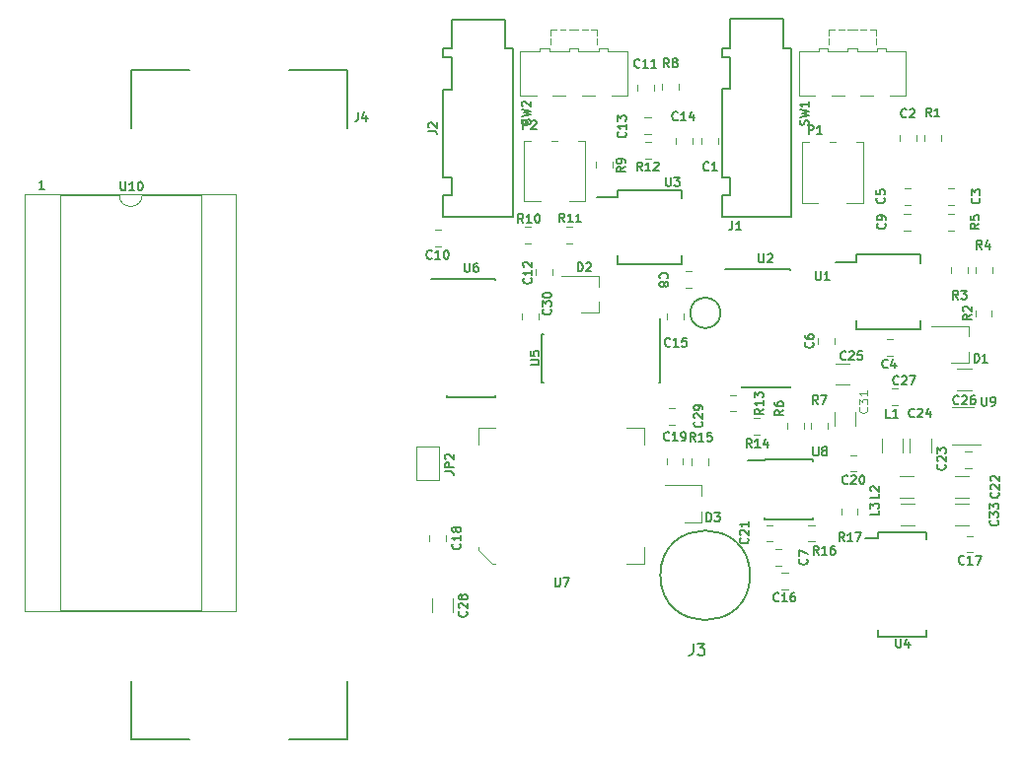
<source format=gbr>
G04 #@! TF.GenerationSoftware,KiCad,Pcbnew,(5.0.2)-1*
G04 #@! TF.CreationDate,2019-03-09T06:15:01+01:00*
G04 #@! TF.ProjectId,GBDSO,47424453-4f2e-46b6-9963-61645f706362,rev?*
G04 #@! TF.SameCoordinates,Original*
G04 #@! TF.FileFunction,Legend,Top*
G04 #@! TF.FilePolarity,Positive*
%FSLAX46Y46*%
G04 Gerber Fmt 4.6, Leading zero omitted, Abs format (unit mm)*
G04 Created by KiCad (PCBNEW (5.0.2)-1) date 09/03/2019 06:15:01*
%MOMM*%
%LPD*%
G01*
G04 APERTURE LIST*
%ADD10C,0.200000*%
%ADD11C,0.187500*%
%ADD12C,0.120000*%
%ADD13C,0.150000*%
%ADD14C,0.125000*%
G04 APERTURE END LIST*
D10*
X107583112Y-114160000D02*
G75*
G03X107583112Y-114160000I-1303112J0D01*
G01*
D11*
X49554285Y-103519285D02*
X49125714Y-103519285D01*
X49340000Y-103519285D02*
X49340000Y-102769285D01*
X49268571Y-102876428D01*
X49197142Y-102947857D01*
X49125714Y-102983571D01*
D10*
X110120000Y-136700000D02*
G75*
G03X110120000Y-136700000I-3850000J0D01*
G01*
D12*
G04 #@! TO.C,C26*
X127907936Y-120810000D02*
X129112064Y-120810000D01*
X127907936Y-118990000D02*
X129112064Y-118990000D01*
G04 #@! TO.C,C23*
X128583922Y-127470000D02*
X129101078Y-127470000D01*
X128583922Y-126050000D02*
X129101078Y-126050000D01*
G04 #@! TO.C,U10*
X57959775Y-104013961D02*
G75*
G02X55959775Y-104013961I-1000000J0D01*
G01*
X55959775Y-104013961D02*
X50899775Y-104013961D01*
X50899775Y-104013961D02*
X50899775Y-139693961D01*
X50899775Y-139693961D02*
X63019775Y-139693961D01*
X63019775Y-139693961D02*
X63019775Y-104013961D01*
X63019775Y-104013961D02*
X57959775Y-104013961D01*
X47899775Y-103953961D02*
X47899775Y-139753961D01*
X47899775Y-139753961D02*
X66019775Y-139753961D01*
X66019775Y-139753961D02*
X66019775Y-103953961D01*
X66019775Y-103953961D02*
X47899775Y-103953961D01*
G04 #@! TO.C,U7*
X86805000Y-125510000D02*
X86805000Y-124055000D01*
X86805000Y-124055000D02*
X88260000Y-124055000D01*
X100995000Y-134250000D02*
X100995000Y-135705000D01*
X100995000Y-135705000D02*
X99540000Y-135705000D01*
X100995000Y-125510000D02*
X100995000Y-124055000D01*
X100995000Y-124055000D02*
X99540000Y-124055000D01*
X86805000Y-134250000D02*
X86805000Y-134532782D01*
X86805000Y-134532782D02*
X87977218Y-135705000D01*
X87977218Y-135705000D02*
X88260000Y-135705000D01*
G04 #@! TO.C,C1*
X107370000Y-99648578D02*
X107370000Y-99131422D01*
X105950000Y-99648578D02*
X105950000Y-99131422D01*
G04 #@! TO.C,C2*
X124360000Y-99398578D02*
X124360000Y-98881422D01*
X122940000Y-99398578D02*
X122940000Y-98881422D01*
G04 #@! TO.C,C3*
X127611078Y-103460000D02*
X127093922Y-103460000D01*
X127611078Y-104880000D02*
X127093922Y-104880000D01*
G04 #@! TO.C,C4*
X121831422Y-117840000D02*
X122348578Y-117840000D01*
X121831422Y-116420000D02*
X122348578Y-116420000D01*
G04 #@! TO.C,C5*
X123878578Y-103460000D02*
X123361422Y-103460000D01*
X123878578Y-104880000D02*
X123361422Y-104880000D01*
G04 #@! TO.C,C6*
X115950000Y-116343922D02*
X115950000Y-116861078D01*
X117370000Y-116343922D02*
X117370000Y-116861078D01*
G04 #@! TO.C,C7*
X112278922Y-135860000D02*
X112796078Y-135860000D01*
X112278922Y-134440000D02*
X112796078Y-134440000D01*
G04 #@! TO.C,C8*
X105101078Y-110600000D02*
X104583922Y-110600000D01*
X105101078Y-112020000D02*
X104583922Y-112020000D01*
G04 #@! TO.C,C9*
X123858578Y-105640000D02*
X123341422Y-105640000D01*
X123858578Y-107060000D02*
X123341422Y-107060000D01*
G04 #@! TO.C,C10*
X83043922Y-108430000D02*
X83561078Y-108430000D01*
X83043922Y-107010000D02*
X83561078Y-107010000D01*
G04 #@! TO.C,C11*
X100420000Y-94531422D02*
X100420000Y-95048578D01*
X101840000Y-94531422D02*
X101840000Y-95048578D01*
G04 #@! TO.C,C12*
X91760000Y-110401422D02*
X91760000Y-110918578D01*
X93180000Y-110401422D02*
X93180000Y-110918578D01*
G04 #@! TO.C,C13*
X101072768Y-98820521D02*
X101589924Y-98820521D01*
X101072768Y-97400521D02*
X101589924Y-97400521D01*
G04 #@! TO.C,C14*
X105160000Y-99658578D02*
X105160000Y-99141422D01*
X103740000Y-99658578D02*
X103740000Y-99141422D01*
G04 #@! TO.C,C15*
X102980000Y-114243922D02*
X102980000Y-114761078D01*
X104400000Y-114243922D02*
X104400000Y-114761078D01*
G04 #@! TO.C,C16*
X112841422Y-137910000D02*
X113358578Y-137910000D01*
X112841422Y-136490000D02*
X113358578Y-136490000D01*
G04 #@! TO.C,C17*
X128713922Y-134725000D02*
X129231078Y-134725000D01*
X128713922Y-133305000D02*
X129231078Y-133305000D01*
G04 #@! TO.C,C18*
X82590000Y-133241422D02*
X82590000Y-133758578D01*
X84010000Y-133241422D02*
X84010000Y-133758578D01*
G04 #@! TO.C,C19*
X104360000Y-127201078D02*
X104360000Y-126683922D01*
X102940000Y-127201078D02*
X102940000Y-126683922D01*
G04 #@! TO.C,C20*
X118731422Y-127790000D02*
X119248578Y-127790000D01*
X118731422Y-126370000D02*
X119248578Y-126370000D01*
G04 #@! TO.C,C21*
X111553922Y-133810000D02*
X112071078Y-133810000D01*
X111553922Y-132390000D02*
X112071078Y-132390000D01*
G04 #@! TO.C,C22*
X127717936Y-130020000D02*
X128922064Y-130020000D01*
X127717936Y-128200000D02*
X128922064Y-128200000D01*
G04 #@! TO.C,C24*
X125630000Y-126172064D02*
X125630000Y-124967936D01*
X123810000Y-126172064D02*
X123810000Y-124967936D01*
G04 #@! TO.C,C25*
X118677064Y-118515000D02*
X117472936Y-118515000D01*
X118677064Y-120335000D02*
X117472936Y-120335000D01*
G04 #@! TO.C,C27*
X122291422Y-122050000D02*
X122808578Y-122050000D01*
X122291422Y-120630000D02*
X122808578Y-120630000D01*
G04 #@! TO.C,C28*
X84620000Y-139882064D02*
X84620000Y-138677936D01*
X82800000Y-139882064D02*
X82800000Y-138677936D01*
G04 #@! TO.C,C29*
X103143922Y-123740000D02*
X103661078Y-123740000D01*
X103143922Y-122320000D02*
X103661078Y-122320000D01*
G04 #@! TO.C,C30*
X90550000Y-114221422D02*
X90550000Y-114738578D01*
X91970000Y-114221422D02*
X91970000Y-114738578D01*
G04 #@! TO.C,C31*
X119160000Y-123842064D02*
X119160000Y-122637936D01*
X117340000Y-123842064D02*
X117340000Y-122637936D01*
G04 #@! TO.C,C33*
X127687936Y-132400000D02*
X128892064Y-132400000D01*
X127687936Y-130580000D02*
X128892064Y-130580000D01*
G04 #@! TO.C,D1*
X128860000Y-118430000D02*
X127400000Y-118430000D01*
X128860000Y-115270000D02*
X125700000Y-115270000D01*
X128860000Y-115270000D02*
X128860000Y-116200000D01*
X128860000Y-118430000D02*
X128860000Y-117500000D01*
G04 #@! TO.C,D2*
X97110000Y-114130000D02*
X95650000Y-114130000D01*
X97110000Y-110970000D02*
X93950000Y-110970000D01*
X97110000Y-110970000D02*
X97110000Y-111900000D01*
X97110000Y-114130000D02*
X97110000Y-113200000D01*
G04 #@! TO.C,D3*
X105940000Y-132140000D02*
X104480000Y-132140000D01*
X105940000Y-128980000D02*
X102780000Y-128980000D01*
X105940000Y-128980000D02*
X105940000Y-129910000D01*
X105940000Y-132140000D02*
X105940000Y-131210000D01*
D13*
G04 #@! TO.C,J1*
X113690000Y-94920000D02*
X113690000Y-91420000D01*
X110690000Y-88920000D02*
X108390000Y-88920000D01*
X108390000Y-88920000D02*
X108390000Y-91420000D01*
X108390000Y-91420000D02*
X107690000Y-91420000D01*
X110690000Y-88920000D02*
X112990000Y-88920000D01*
X112990000Y-88920000D02*
X112990000Y-91420000D01*
X112990000Y-91420000D02*
X113690000Y-91420000D01*
X113690000Y-91420000D02*
X113690000Y-105920000D01*
X113690000Y-105920000D02*
X107690000Y-105920000D01*
X107690000Y-92170000D02*
X108390000Y-92170000D01*
X108390000Y-92170000D02*
X108390000Y-94920000D01*
X108390000Y-94920000D02*
X107690000Y-94920000D01*
X107690000Y-92170000D02*
X107690000Y-91420000D01*
X107690000Y-104020000D02*
X108390000Y-104020000D01*
X108390000Y-104020000D02*
X108390000Y-102520000D01*
X108390000Y-102520000D02*
X107690000Y-102520000D01*
X107690000Y-105920000D02*
X107690000Y-104020000D01*
X107690000Y-102520000D02*
X107690000Y-94920000D01*
G04 #@! TO.C,J2*
X89800000Y-94950000D02*
X89800000Y-91450000D01*
X86800000Y-88950000D02*
X84500000Y-88950000D01*
X84500000Y-88950000D02*
X84500000Y-91450000D01*
X84500000Y-91450000D02*
X83800000Y-91450000D01*
X86800000Y-88950000D02*
X89100000Y-88950000D01*
X89100000Y-88950000D02*
X89100000Y-91450000D01*
X89100000Y-91450000D02*
X89800000Y-91450000D01*
X89800000Y-91450000D02*
X89800000Y-105950000D01*
X89800000Y-105950000D02*
X83800000Y-105950000D01*
X83800000Y-92200000D02*
X84500000Y-92200000D01*
X84500000Y-92200000D02*
X84500000Y-94950000D01*
X84500000Y-94950000D02*
X83800000Y-94950000D01*
X83800000Y-92200000D02*
X83800000Y-91450000D01*
X83800000Y-104050000D02*
X84500000Y-104050000D01*
X84500000Y-104050000D02*
X84500000Y-102550000D01*
X84500000Y-102550000D02*
X83800000Y-102550000D01*
X83800000Y-105950000D02*
X83800000Y-104050000D01*
X83800000Y-102550000D02*
X83800000Y-94950000D01*
D12*
G04 #@! TO.C,L1*
X123230000Y-126172064D02*
X123230000Y-124967936D01*
X121410000Y-126172064D02*
X121410000Y-124967936D01*
G04 #@! TO.C,L2*
X124182064Y-128200000D02*
X122977936Y-128200000D01*
X124182064Y-130020000D02*
X122977936Y-130020000D01*
G04 #@! TO.C,L3*
X123007936Y-132380000D02*
X124212064Y-132380000D01*
X123007936Y-130560000D02*
X124212064Y-130560000D01*
G04 #@! TO.C,P1*
X119230000Y-99460000D02*
X119810000Y-99460000D01*
X116930000Y-99460000D02*
X117450000Y-99460000D01*
X114570000Y-99460000D02*
X115151000Y-99460000D01*
X118430000Y-104700000D02*
X119810000Y-104700000D01*
X114570000Y-104700000D02*
X115950000Y-104700000D01*
X119810000Y-104700000D02*
X119810000Y-99460000D01*
X114570000Y-104700000D02*
X114570000Y-99460000D01*
G04 #@! TO.C,P2*
X95390000Y-99355000D02*
X95970000Y-99355000D01*
X93090000Y-99355000D02*
X93610000Y-99355000D01*
X90730000Y-99355000D02*
X91311000Y-99355000D01*
X94590000Y-104595000D02*
X95970000Y-104595000D01*
X90730000Y-104595000D02*
X92110000Y-104595000D01*
X95970000Y-104595000D02*
X95970000Y-99355000D01*
X90730000Y-104595000D02*
X90730000Y-99355000D01*
G04 #@! TO.C,R1*
X126500000Y-99398578D02*
X126500000Y-98881422D01*
X125080000Y-99398578D02*
X125080000Y-98881422D01*
G04 #@! TO.C,R2*
X129440000Y-113918922D02*
X129440000Y-114436078D01*
X130860000Y-113918922D02*
X130860000Y-114436078D01*
G04 #@! TO.C,R3*
X127380000Y-110233922D02*
X127380000Y-110751078D01*
X128800000Y-110233922D02*
X128800000Y-110751078D01*
G04 #@! TO.C,R4*
X129460000Y-110253922D02*
X129460000Y-110771078D01*
X130880000Y-110253922D02*
X130880000Y-110771078D01*
G04 #@! TO.C,R5*
X127083922Y-107070000D02*
X127601078Y-107070000D01*
X127083922Y-105650000D02*
X127601078Y-105650000D01*
G04 #@! TO.C,R6*
X114711823Y-124118578D02*
X114711823Y-123601422D01*
X113291823Y-124118578D02*
X113291823Y-123601422D01*
G04 #@! TO.C,R7*
X116790000Y-124096078D02*
X116790000Y-123578922D01*
X115370000Y-124096078D02*
X115370000Y-123578922D01*
G04 #@! TO.C,R8*
X104010000Y-95018578D02*
X104010000Y-94501422D01*
X102590000Y-95018578D02*
X102590000Y-94501422D01*
G04 #@! TO.C,R9*
X98330000Y-101688578D02*
X98330000Y-101171422D01*
X96910000Y-101688578D02*
X96910000Y-101171422D01*
G04 #@! TO.C,R10*
X90763922Y-108190000D02*
X91281078Y-108190000D01*
X90763922Y-106770000D02*
X91281078Y-106770000D01*
G04 #@! TO.C,R11*
X94838578Y-106770000D02*
X94321422Y-106770000D01*
X94838578Y-108190000D02*
X94321422Y-108190000D01*
G04 #@! TO.C,R12*
X101609924Y-99490521D02*
X101092768Y-99490521D01*
X101609924Y-100910521D02*
X101092768Y-100910521D01*
G04 #@! TO.C,R13*
X108403922Y-122635000D02*
X108921078Y-122635000D01*
X108403922Y-121215000D02*
X108921078Y-121215000D01*
G04 #@! TO.C,R14*
X110453922Y-124635000D02*
X110971078Y-124635000D01*
X110453922Y-123215000D02*
X110971078Y-123215000D01*
G04 #@! TO.C,R15*
X106520000Y-127208578D02*
X106520000Y-126691422D01*
X105100000Y-127208578D02*
X105100000Y-126691422D01*
G04 #@! TO.C,R16*
X115646078Y-132390000D02*
X115128922Y-132390000D01*
X115646078Y-133810000D02*
X115128922Y-133810000D01*
G04 #@! TO.C,R17*
X117940000Y-130981422D02*
X117940000Y-131498578D01*
X119360000Y-130981422D02*
X119360000Y-131498578D01*
G04 #@! TO.C,SW1*
X119300000Y-89800000D02*
X119300000Y-89800000D01*
X118500000Y-89800000D02*
X119300000Y-89800000D01*
X118200000Y-89800000D02*
X118200000Y-89800000D01*
X117700000Y-89800000D02*
X118200000Y-89800000D01*
X119600000Y-89800000D02*
X119600000Y-89800000D01*
X120100000Y-89800000D02*
X119600000Y-89800000D01*
X120900000Y-91100000D02*
X120900000Y-91100000D01*
X120900000Y-90600000D02*
X120900000Y-91100000D01*
X116900000Y-91100000D02*
X116900000Y-91100000D01*
X116900000Y-90600000D02*
X116900000Y-91100000D01*
X116900000Y-90300000D02*
X116900000Y-90300000D01*
X116900000Y-89800000D02*
X116900000Y-90300000D01*
X117400000Y-89800000D02*
X117400000Y-89800000D01*
X116900000Y-89800000D02*
X117400000Y-89800000D01*
X120400000Y-89800000D02*
X120400000Y-89800000D01*
X120900000Y-89800000D02*
X120400000Y-89800000D01*
X120900000Y-90300000D02*
X120900000Y-90300000D01*
X120900000Y-89800000D02*
X120900000Y-90300000D01*
X123500000Y-91700000D02*
X123500000Y-91700000D01*
X121800000Y-91700000D02*
X123500000Y-91700000D01*
X121800000Y-91400000D02*
X121800000Y-91700000D01*
X121000000Y-91400000D02*
X121800000Y-91400000D01*
X121000000Y-91700000D02*
X121000000Y-91400000D01*
X119300000Y-91700000D02*
X121000000Y-91700000D01*
X119300000Y-91400000D02*
X119300000Y-91700000D01*
X118500000Y-91400000D02*
X119300000Y-91400000D01*
X118500000Y-91700000D02*
X118500000Y-91400000D01*
X116800000Y-91700000D02*
X118500000Y-91700000D01*
X116800000Y-91400000D02*
X116800000Y-91700000D01*
X116000000Y-91400000D02*
X116800000Y-91400000D01*
X116000000Y-91700000D02*
X116000000Y-91400000D01*
X114300000Y-91700000D02*
X116000000Y-91700000D01*
X120700000Y-95500000D02*
X120700000Y-95500000D01*
X119600000Y-95500000D02*
X120700000Y-95500000D01*
X118200000Y-95500000D02*
X118200000Y-95500000D01*
X117100000Y-95500000D02*
X118200000Y-95500000D01*
X123500000Y-95500000D02*
X122100000Y-95500000D01*
X123500000Y-91700000D02*
X123500000Y-95500000D01*
X114300000Y-95500000D02*
X114300000Y-91700000D01*
X115700000Y-95500000D02*
X114300000Y-95500000D01*
G04 #@! TO.C,SW2*
X95400000Y-89800000D02*
X95400000Y-89800000D01*
X94600000Y-89800000D02*
X95400000Y-89800000D01*
X94300000Y-89800000D02*
X94300000Y-89800000D01*
X93800000Y-89800000D02*
X94300000Y-89800000D01*
X95700000Y-89800000D02*
X95700000Y-89800000D01*
X96200000Y-89800000D02*
X95700000Y-89800000D01*
X97000000Y-91100000D02*
X97000000Y-91100000D01*
X97000000Y-90600000D02*
X97000000Y-91100000D01*
X93000000Y-91100000D02*
X93000000Y-91100000D01*
X93000000Y-90600000D02*
X93000000Y-91100000D01*
X93000000Y-90300000D02*
X93000000Y-90300000D01*
X93000000Y-89800000D02*
X93000000Y-90300000D01*
X93500000Y-89800000D02*
X93500000Y-89800000D01*
X93000000Y-89800000D02*
X93500000Y-89800000D01*
X96500000Y-89800000D02*
X96500000Y-89800000D01*
X97000000Y-89800000D02*
X96500000Y-89800000D01*
X97000000Y-90300000D02*
X97000000Y-90300000D01*
X97000000Y-89800000D02*
X97000000Y-90300000D01*
X99600000Y-91700000D02*
X99600000Y-91700000D01*
X97900000Y-91700000D02*
X99600000Y-91700000D01*
X97900000Y-91400000D02*
X97900000Y-91700000D01*
X97100000Y-91400000D02*
X97900000Y-91400000D01*
X97100000Y-91700000D02*
X97100000Y-91400000D01*
X95400000Y-91700000D02*
X97100000Y-91700000D01*
X95400000Y-91400000D02*
X95400000Y-91700000D01*
X94600000Y-91400000D02*
X95400000Y-91400000D01*
X94600000Y-91700000D02*
X94600000Y-91400000D01*
X92900000Y-91700000D02*
X94600000Y-91700000D01*
X92900000Y-91400000D02*
X92900000Y-91700000D01*
X92100000Y-91400000D02*
X92900000Y-91400000D01*
X92100000Y-91700000D02*
X92100000Y-91400000D01*
X90400000Y-91700000D02*
X92100000Y-91700000D01*
X96800000Y-95500000D02*
X96800000Y-95500000D01*
X95700000Y-95500000D02*
X96800000Y-95500000D01*
X94300000Y-95500000D02*
X94300000Y-95500000D01*
X93200000Y-95500000D02*
X94300000Y-95500000D01*
X99600000Y-95500000D02*
X98200000Y-95500000D01*
X99600000Y-91700000D02*
X99600000Y-95500000D01*
X90400000Y-95500000D02*
X90400000Y-91700000D01*
X91800000Y-95500000D02*
X90400000Y-95500000D01*
D13*
G04 #@! TO.C,U1*
X119250000Y-109820000D02*
X117500000Y-109820000D01*
X119250000Y-115575000D02*
X124750000Y-115575000D01*
X119250000Y-109165000D02*
X124750000Y-109165000D01*
X119250000Y-115575000D02*
X119250000Y-114825000D01*
X124750000Y-115575000D02*
X124750000Y-114825000D01*
X124750000Y-109165000D02*
X124750000Y-109915000D01*
X119250000Y-109165000D02*
X119250000Y-109820000D01*
G04 #@! TO.C,U2*
X109385000Y-110440000D02*
X108010000Y-110440000D01*
X109385000Y-120565000D02*
X113535000Y-120565000D01*
X109385000Y-110415000D02*
X113535000Y-110415000D01*
X109385000Y-120565000D02*
X109385000Y-120460000D01*
X113535000Y-120565000D02*
X113535000Y-120460000D01*
X113535000Y-110415000D02*
X113535000Y-110520000D01*
X109385000Y-110415000D02*
X109385000Y-110440000D01*
G04 #@! TO.C,U3*
X98750000Y-104250000D02*
X97000000Y-104250000D01*
X98750000Y-110005000D02*
X104250000Y-110005000D01*
X98750000Y-103595000D02*
X104250000Y-103595000D01*
X98750000Y-110005000D02*
X98750000Y-109255000D01*
X104250000Y-110005000D02*
X104250000Y-109255000D01*
X104250000Y-103595000D02*
X104250000Y-104345000D01*
X98750000Y-103595000D02*
X98750000Y-104250000D01*
G04 #@! TO.C,U4*
X121125000Y-133500000D02*
X120000000Y-133500000D01*
X121125000Y-141975000D02*
X125275000Y-141975000D01*
X121125000Y-133025000D02*
X125275000Y-133025000D01*
X121125000Y-141975000D02*
X121125000Y-141417500D01*
X125275000Y-141975000D02*
X125275000Y-141417500D01*
X125275000Y-133025000D02*
X125275000Y-133582500D01*
X121125000Y-133025000D02*
X121125000Y-133500000D01*
G04 #@! TO.C,U5*
X102395000Y-115995000D02*
X102395000Y-114620000D01*
X92270000Y-115995000D02*
X92270000Y-120145000D01*
X102420000Y-115995000D02*
X102420000Y-120145000D01*
X92270000Y-115995000D02*
X92375000Y-115995000D01*
X92270000Y-120145000D02*
X92375000Y-120145000D01*
X102420000Y-120145000D02*
X102315000Y-120145000D01*
X102420000Y-115995000D02*
X102395000Y-115995000D01*
G04 #@! TO.C,U6*
X84125000Y-111250000D02*
X82750000Y-111250000D01*
X84125000Y-121375000D02*
X88275000Y-121375000D01*
X84125000Y-111225000D02*
X88275000Y-111225000D01*
X84125000Y-121375000D02*
X84125000Y-121270000D01*
X88275000Y-121375000D02*
X88275000Y-121270000D01*
X88275000Y-111225000D02*
X88275000Y-111330000D01*
X84125000Y-111225000D02*
X84125000Y-111250000D01*
G04 #@! TO.C,U8*
X111350000Y-126800000D02*
X109950000Y-126800000D01*
X111350000Y-131900000D02*
X115500000Y-131900000D01*
X111350000Y-126750000D02*
X115500000Y-126750000D01*
X111350000Y-131900000D02*
X111350000Y-131755000D01*
X115500000Y-131900000D02*
X115500000Y-131755000D01*
X115500000Y-126750000D02*
X115500000Y-126895000D01*
X111350000Y-126750000D02*
X111350000Y-126800000D01*
D12*
G04 #@! TO.C,U9*
X127480000Y-125450000D02*
X129930000Y-125450000D01*
X129280000Y-122230000D02*
X127480000Y-122230000D01*
G04 #@! TO.C,JP2*
X83460000Y-128480000D02*
X81460000Y-128480000D01*
X83460000Y-125680000D02*
X83460000Y-128480000D01*
X81460000Y-125680000D02*
X83460000Y-125680000D01*
X81460000Y-128480000D02*
X81460000Y-125680000D01*
D13*
G04 #@! TO.C,J4*
X75540000Y-150770000D02*
X75540000Y-145770000D01*
X75540000Y-150770000D02*
X70540000Y-150770000D01*
X57040000Y-150770000D02*
X62040000Y-150770000D01*
X57040000Y-150770000D02*
X57040000Y-145770000D01*
X75540000Y-93270000D02*
X70540000Y-93270000D01*
X75540000Y-98270000D02*
X75540000Y-93270000D01*
X57040000Y-98270000D02*
X57040000Y-93270000D01*
X57040000Y-93270000D02*
X62040000Y-93270000D01*
G04 #@! TO.C,C26*
X128027857Y-121937857D02*
X127992142Y-121973571D01*
X127885000Y-122009285D01*
X127813571Y-122009285D01*
X127706428Y-121973571D01*
X127635000Y-121902142D01*
X127599285Y-121830714D01*
X127563571Y-121687857D01*
X127563571Y-121580714D01*
X127599285Y-121437857D01*
X127635000Y-121366428D01*
X127706428Y-121295000D01*
X127813571Y-121259285D01*
X127885000Y-121259285D01*
X127992142Y-121295000D01*
X128027857Y-121330714D01*
X128313571Y-121330714D02*
X128349285Y-121295000D01*
X128420714Y-121259285D01*
X128599285Y-121259285D01*
X128670714Y-121295000D01*
X128706428Y-121330714D01*
X128742142Y-121402142D01*
X128742142Y-121473571D01*
X128706428Y-121580714D01*
X128277857Y-122009285D01*
X128742142Y-122009285D01*
X129385000Y-121259285D02*
X129242142Y-121259285D01*
X129170714Y-121295000D01*
X129135000Y-121330714D01*
X129063571Y-121437857D01*
X129027857Y-121580714D01*
X129027857Y-121866428D01*
X129063571Y-121937857D01*
X129099285Y-121973571D01*
X129170714Y-122009285D01*
X129313571Y-122009285D01*
X129385000Y-121973571D01*
X129420714Y-121937857D01*
X129456428Y-121866428D01*
X129456428Y-121687857D01*
X129420714Y-121616428D01*
X129385000Y-121580714D01*
X129313571Y-121545000D01*
X129170714Y-121545000D01*
X129099285Y-121580714D01*
X129063571Y-121616428D01*
X129027857Y-121687857D01*
G04 #@! TO.C,C23*
X126837857Y-127187142D02*
X126873571Y-127222857D01*
X126909285Y-127330000D01*
X126909285Y-127401428D01*
X126873571Y-127508571D01*
X126802142Y-127580000D01*
X126730714Y-127615714D01*
X126587857Y-127651428D01*
X126480714Y-127651428D01*
X126337857Y-127615714D01*
X126266428Y-127580000D01*
X126195000Y-127508571D01*
X126159285Y-127401428D01*
X126159285Y-127330000D01*
X126195000Y-127222857D01*
X126230714Y-127187142D01*
X126230714Y-126901428D02*
X126195000Y-126865714D01*
X126159285Y-126794285D01*
X126159285Y-126615714D01*
X126195000Y-126544285D01*
X126230714Y-126508571D01*
X126302142Y-126472857D01*
X126373571Y-126472857D01*
X126480714Y-126508571D01*
X126909285Y-126937142D01*
X126909285Y-126472857D01*
X126159285Y-126222857D02*
X126159285Y-125758571D01*
X126445000Y-126008571D01*
X126445000Y-125901428D01*
X126480714Y-125830000D01*
X126516428Y-125794285D01*
X126587857Y-125758571D01*
X126766428Y-125758571D01*
X126837857Y-125794285D01*
X126873571Y-125830000D01*
X126909285Y-125901428D01*
X126909285Y-126115714D01*
X126873571Y-126187142D01*
X126837857Y-126222857D01*
G04 #@! TO.C,U10*
X56101203Y-102893246D02*
X56101203Y-103500389D01*
X56136917Y-103571818D01*
X56172632Y-103607532D01*
X56244060Y-103643246D01*
X56386917Y-103643246D01*
X56458346Y-103607532D01*
X56494060Y-103571818D01*
X56529775Y-103500389D01*
X56529775Y-102893246D01*
X57279775Y-103643246D02*
X56851203Y-103643246D01*
X57065489Y-103643246D02*
X57065489Y-102893246D01*
X56994060Y-103000389D01*
X56922632Y-103071818D01*
X56851203Y-103107532D01*
X57744060Y-102893246D02*
X57815489Y-102893246D01*
X57886917Y-102928961D01*
X57922632Y-102964675D01*
X57958346Y-103036103D01*
X57994060Y-103178961D01*
X57994060Y-103357532D01*
X57958346Y-103500389D01*
X57922632Y-103571818D01*
X57886917Y-103607532D01*
X57815489Y-103643246D01*
X57744060Y-103643246D01*
X57672632Y-103607532D01*
X57636917Y-103571818D01*
X57601203Y-103500389D01*
X57565489Y-103357532D01*
X57565489Y-103178961D01*
X57601203Y-103036103D01*
X57636917Y-102964675D01*
X57672632Y-102928961D01*
X57744060Y-102893246D01*
G04 #@! TO.C,J3*
X105226666Y-142572380D02*
X105226666Y-143286666D01*
X105179047Y-143429523D01*
X105083809Y-143524761D01*
X104940952Y-143572380D01*
X104845714Y-143572380D01*
X105607619Y-142572380D02*
X106226666Y-142572380D01*
X105893333Y-142953333D01*
X106036190Y-142953333D01*
X106131428Y-143000952D01*
X106179047Y-143048571D01*
X106226666Y-143143809D01*
X106226666Y-143381904D01*
X106179047Y-143477142D01*
X106131428Y-143524761D01*
X106036190Y-143572380D01*
X105750476Y-143572380D01*
X105655238Y-143524761D01*
X105607619Y-143477142D01*
G04 #@! TO.C,U7*
X93378571Y-136929285D02*
X93378571Y-137536428D01*
X93414285Y-137607857D01*
X93450000Y-137643571D01*
X93521428Y-137679285D01*
X93664285Y-137679285D01*
X93735714Y-137643571D01*
X93771428Y-137607857D01*
X93807142Y-137536428D01*
X93807142Y-136929285D01*
X94092857Y-136929285D02*
X94592857Y-136929285D01*
X94271428Y-137679285D01*
G04 #@! TO.C,C1*
X106555000Y-101887857D02*
X106519285Y-101923571D01*
X106412142Y-101959285D01*
X106340714Y-101959285D01*
X106233571Y-101923571D01*
X106162142Y-101852142D01*
X106126428Y-101780714D01*
X106090714Y-101637857D01*
X106090714Y-101530714D01*
X106126428Y-101387857D01*
X106162142Y-101316428D01*
X106233571Y-101245000D01*
X106340714Y-101209285D01*
X106412142Y-101209285D01*
X106519285Y-101245000D01*
X106555000Y-101280714D01*
X107269285Y-101959285D02*
X106840714Y-101959285D01*
X107055000Y-101959285D02*
X107055000Y-101209285D01*
X106983571Y-101316428D01*
X106912142Y-101387857D01*
X106840714Y-101423571D01*
G04 #@! TO.C,C2*
X123545000Y-97317857D02*
X123509285Y-97353571D01*
X123402142Y-97389285D01*
X123330714Y-97389285D01*
X123223571Y-97353571D01*
X123152142Y-97282142D01*
X123116428Y-97210714D01*
X123080714Y-97067857D01*
X123080714Y-96960714D01*
X123116428Y-96817857D01*
X123152142Y-96746428D01*
X123223571Y-96675000D01*
X123330714Y-96639285D01*
X123402142Y-96639285D01*
X123509285Y-96675000D01*
X123545000Y-96710714D01*
X123830714Y-96710714D02*
X123866428Y-96675000D01*
X123937857Y-96639285D01*
X124116428Y-96639285D01*
X124187857Y-96675000D01*
X124223571Y-96710714D01*
X124259285Y-96782142D01*
X124259285Y-96853571D01*
X124223571Y-96960714D01*
X123795000Y-97389285D01*
X124259285Y-97389285D01*
G04 #@! TO.C,C3*
X129787857Y-104295000D02*
X129823571Y-104330714D01*
X129859285Y-104437857D01*
X129859285Y-104509285D01*
X129823571Y-104616428D01*
X129752142Y-104687857D01*
X129680714Y-104723571D01*
X129537857Y-104759285D01*
X129430714Y-104759285D01*
X129287857Y-104723571D01*
X129216428Y-104687857D01*
X129145000Y-104616428D01*
X129109285Y-104509285D01*
X129109285Y-104437857D01*
X129145000Y-104330714D01*
X129180714Y-104295000D01*
X129109285Y-104045000D02*
X129109285Y-103580714D01*
X129395000Y-103830714D01*
X129395000Y-103723571D01*
X129430714Y-103652142D01*
X129466428Y-103616428D01*
X129537857Y-103580714D01*
X129716428Y-103580714D01*
X129787857Y-103616428D01*
X129823571Y-103652142D01*
X129859285Y-103723571D01*
X129859285Y-103937857D01*
X129823571Y-104009285D01*
X129787857Y-104045000D01*
G04 #@! TO.C,C4*
X121917500Y-118837857D02*
X121881785Y-118873571D01*
X121774642Y-118909285D01*
X121703214Y-118909285D01*
X121596071Y-118873571D01*
X121524642Y-118802142D01*
X121488928Y-118730714D01*
X121453214Y-118587857D01*
X121453214Y-118480714D01*
X121488928Y-118337857D01*
X121524642Y-118266428D01*
X121596071Y-118195000D01*
X121703214Y-118159285D01*
X121774642Y-118159285D01*
X121881785Y-118195000D01*
X121917500Y-118230714D01*
X122560357Y-118409285D02*
X122560357Y-118909285D01*
X122381785Y-118123571D02*
X122203214Y-118659285D01*
X122667500Y-118659285D01*
G04 #@! TO.C,C5*
X121627857Y-104275000D02*
X121663571Y-104310714D01*
X121699285Y-104417857D01*
X121699285Y-104489285D01*
X121663571Y-104596428D01*
X121592142Y-104667857D01*
X121520714Y-104703571D01*
X121377857Y-104739285D01*
X121270714Y-104739285D01*
X121127857Y-104703571D01*
X121056428Y-104667857D01*
X120985000Y-104596428D01*
X120949285Y-104489285D01*
X120949285Y-104417857D01*
X120985000Y-104310714D01*
X121020714Y-104275000D01*
X120949285Y-103596428D02*
X120949285Y-103953571D01*
X121306428Y-103989285D01*
X121270714Y-103953571D01*
X121235000Y-103882142D01*
X121235000Y-103703571D01*
X121270714Y-103632142D01*
X121306428Y-103596428D01*
X121377857Y-103560714D01*
X121556428Y-103560714D01*
X121627857Y-103596428D01*
X121663571Y-103632142D01*
X121699285Y-103703571D01*
X121699285Y-103882142D01*
X121663571Y-103953571D01*
X121627857Y-103989285D01*
G04 #@! TO.C,C6*
X115517857Y-116697500D02*
X115553571Y-116733214D01*
X115589285Y-116840357D01*
X115589285Y-116911785D01*
X115553571Y-117018928D01*
X115482142Y-117090357D01*
X115410714Y-117126071D01*
X115267857Y-117161785D01*
X115160714Y-117161785D01*
X115017857Y-117126071D01*
X114946428Y-117090357D01*
X114875000Y-117018928D01*
X114839285Y-116911785D01*
X114839285Y-116840357D01*
X114875000Y-116733214D01*
X114910714Y-116697500D01*
X114839285Y-116054642D02*
X114839285Y-116197500D01*
X114875000Y-116268928D01*
X114910714Y-116304642D01*
X115017857Y-116376071D01*
X115160714Y-116411785D01*
X115446428Y-116411785D01*
X115517857Y-116376071D01*
X115553571Y-116340357D01*
X115589285Y-116268928D01*
X115589285Y-116126071D01*
X115553571Y-116054642D01*
X115517857Y-116018928D01*
X115446428Y-115983214D01*
X115267857Y-115983214D01*
X115196428Y-116018928D01*
X115160714Y-116054642D01*
X115125000Y-116126071D01*
X115125000Y-116268928D01*
X115160714Y-116340357D01*
X115196428Y-116376071D01*
X115267857Y-116411785D01*
G04 #@! TO.C,C7*
X114997857Y-135315000D02*
X115033571Y-135350714D01*
X115069285Y-135457857D01*
X115069285Y-135529285D01*
X115033571Y-135636428D01*
X114962142Y-135707857D01*
X114890714Y-135743571D01*
X114747857Y-135779285D01*
X114640714Y-135779285D01*
X114497857Y-135743571D01*
X114426428Y-135707857D01*
X114355000Y-135636428D01*
X114319285Y-135529285D01*
X114319285Y-135457857D01*
X114355000Y-135350714D01*
X114390714Y-135315000D01*
X114319285Y-135065000D02*
X114319285Y-134565000D01*
X115069285Y-134886428D01*
G04 #@! TO.C,C8*
X102399642Y-111195000D02*
X102363928Y-111159285D01*
X102328214Y-111052142D01*
X102328214Y-110980714D01*
X102363928Y-110873571D01*
X102435357Y-110802142D01*
X102506785Y-110766428D01*
X102649642Y-110730714D01*
X102756785Y-110730714D01*
X102899642Y-110766428D01*
X102971071Y-110802142D01*
X103042500Y-110873571D01*
X103078214Y-110980714D01*
X103078214Y-111052142D01*
X103042500Y-111159285D01*
X103006785Y-111195000D01*
X102756785Y-111623571D02*
X102792500Y-111552142D01*
X102828214Y-111516428D01*
X102899642Y-111480714D01*
X102935357Y-111480714D01*
X103006785Y-111516428D01*
X103042500Y-111552142D01*
X103078214Y-111623571D01*
X103078214Y-111766428D01*
X103042500Y-111837857D01*
X103006785Y-111873571D01*
X102935357Y-111909285D01*
X102899642Y-111909285D01*
X102828214Y-111873571D01*
X102792500Y-111837857D01*
X102756785Y-111766428D01*
X102756785Y-111623571D01*
X102721071Y-111552142D01*
X102685357Y-111516428D01*
X102613928Y-111480714D01*
X102471071Y-111480714D01*
X102399642Y-111516428D01*
X102363928Y-111552142D01*
X102328214Y-111623571D01*
X102328214Y-111766428D01*
X102363928Y-111837857D01*
X102399642Y-111873571D01*
X102471071Y-111909285D01*
X102613928Y-111909285D01*
X102685357Y-111873571D01*
X102721071Y-111837857D01*
X102756785Y-111766428D01*
G04 #@! TO.C,C9*
X121677857Y-106485000D02*
X121713571Y-106520714D01*
X121749285Y-106627857D01*
X121749285Y-106699285D01*
X121713571Y-106806428D01*
X121642142Y-106877857D01*
X121570714Y-106913571D01*
X121427857Y-106949285D01*
X121320714Y-106949285D01*
X121177857Y-106913571D01*
X121106428Y-106877857D01*
X121035000Y-106806428D01*
X120999285Y-106699285D01*
X120999285Y-106627857D01*
X121035000Y-106520714D01*
X121070714Y-106485000D01*
X121749285Y-106127857D02*
X121749285Y-105985000D01*
X121713571Y-105913571D01*
X121677857Y-105877857D01*
X121570714Y-105806428D01*
X121427857Y-105770714D01*
X121142142Y-105770714D01*
X121070714Y-105806428D01*
X121035000Y-105842142D01*
X120999285Y-105913571D01*
X120999285Y-106056428D01*
X121035000Y-106127857D01*
X121070714Y-106163571D01*
X121142142Y-106199285D01*
X121320714Y-106199285D01*
X121392142Y-106163571D01*
X121427857Y-106127857D01*
X121463571Y-106056428D01*
X121463571Y-105913571D01*
X121427857Y-105842142D01*
X121392142Y-105806428D01*
X121320714Y-105770714D01*
G04 #@! TO.C,C10*
X82817857Y-109467857D02*
X82782142Y-109503571D01*
X82675000Y-109539285D01*
X82603571Y-109539285D01*
X82496428Y-109503571D01*
X82425000Y-109432142D01*
X82389285Y-109360714D01*
X82353571Y-109217857D01*
X82353571Y-109110714D01*
X82389285Y-108967857D01*
X82425000Y-108896428D01*
X82496428Y-108825000D01*
X82603571Y-108789285D01*
X82675000Y-108789285D01*
X82782142Y-108825000D01*
X82817857Y-108860714D01*
X83532142Y-109539285D02*
X83103571Y-109539285D01*
X83317857Y-109539285D02*
X83317857Y-108789285D01*
X83246428Y-108896428D01*
X83175000Y-108967857D01*
X83103571Y-109003571D01*
X83996428Y-108789285D02*
X84067857Y-108789285D01*
X84139285Y-108825000D01*
X84175000Y-108860714D01*
X84210714Y-108932142D01*
X84246428Y-109075000D01*
X84246428Y-109253571D01*
X84210714Y-109396428D01*
X84175000Y-109467857D01*
X84139285Y-109503571D01*
X84067857Y-109539285D01*
X83996428Y-109539285D01*
X83925000Y-109503571D01*
X83889285Y-109467857D01*
X83853571Y-109396428D01*
X83817857Y-109253571D01*
X83817857Y-109075000D01*
X83853571Y-108932142D01*
X83889285Y-108860714D01*
X83925000Y-108825000D01*
X83996428Y-108789285D01*
G04 #@! TO.C,C11*
X100647857Y-93025357D02*
X100612142Y-93061071D01*
X100505000Y-93096785D01*
X100433571Y-93096785D01*
X100326428Y-93061071D01*
X100255000Y-92989642D01*
X100219285Y-92918214D01*
X100183571Y-92775357D01*
X100183571Y-92668214D01*
X100219285Y-92525357D01*
X100255000Y-92453928D01*
X100326428Y-92382500D01*
X100433571Y-92346785D01*
X100505000Y-92346785D01*
X100612142Y-92382500D01*
X100647857Y-92418214D01*
X101362142Y-93096785D02*
X100933571Y-93096785D01*
X101147857Y-93096785D02*
X101147857Y-92346785D01*
X101076428Y-92453928D01*
X101005000Y-92525357D01*
X100933571Y-92561071D01*
X102076428Y-93096785D02*
X101647857Y-93096785D01*
X101862142Y-93096785D02*
X101862142Y-92346785D01*
X101790714Y-92453928D01*
X101719285Y-92525357D01*
X101647857Y-92561071D01*
G04 #@! TO.C,C12*
X91307857Y-111199642D02*
X91343571Y-111235357D01*
X91379285Y-111342500D01*
X91379285Y-111413928D01*
X91343571Y-111521071D01*
X91272142Y-111592500D01*
X91200714Y-111628214D01*
X91057857Y-111663928D01*
X90950714Y-111663928D01*
X90807857Y-111628214D01*
X90736428Y-111592500D01*
X90665000Y-111521071D01*
X90629285Y-111413928D01*
X90629285Y-111342500D01*
X90665000Y-111235357D01*
X90700714Y-111199642D01*
X91379285Y-110485357D02*
X91379285Y-110913928D01*
X91379285Y-110699642D02*
X90629285Y-110699642D01*
X90736428Y-110771071D01*
X90807857Y-110842500D01*
X90843571Y-110913928D01*
X90700714Y-110199642D02*
X90665000Y-110163928D01*
X90629285Y-110092500D01*
X90629285Y-109913928D01*
X90665000Y-109842500D01*
X90700714Y-109806785D01*
X90772142Y-109771071D01*
X90843571Y-109771071D01*
X90950714Y-109806785D01*
X91379285Y-110235357D01*
X91379285Y-109771071D01*
G04 #@! TO.C,C13*
X99427857Y-98632142D02*
X99463571Y-98667857D01*
X99499285Y-98775000D01*
X99499285Y-98846428D01*
X99463571Y-98953571D01*
X99392142Y-99025000D01*
X99320714Y-99060714D01*
X99177857Y-99096428D01*
X99070714Y-99096428D01*
X98927857Y-99060714D01*
X98856428Y-99025000D01*
X98785000Y-98953571D01*
X98749285Y-98846428D01*
X98749285Y-98775000D01*
X98785000Y-98667857D01*
X98820714Y-98632142D01*
X99499285Y-97917857D02*
X99499285Y-98346428D01*
X99499285Y-98132142D02*
X98749285Y-98132142D01*
X98856428Y-98203571D01*
X98927857Y-98275000D01*
X98963571Y-98346428D01*
X98749285Y-97667857D02*
X98749285Y-97203571D01*
X99035000Y-97453571D01*
X99035000Y-97346428D01*
X99070714Y-97275000D01*
X99106428Y-97239285D01*
X99177857Y-97203571D01*
X99356428Y-97203571D01*
X99427857Y-97239285D01*
X99463571Y-97275000D01*
X99499285Y-97346428D01*
X99499285Y-97560714D01*
X99463571Y-97632142D01*
X99427857Y-97667857D01*
G04 #@! TO.C,C14*
X103907857Y-97567857D02*
X103872142Y-97603571D01*
X103765000Y-97639285D01*
X103693571Y-97639285D01*
X103586428Y-97603571D01*
X103515000Y-97532142D01*
X103479285Y-97460714D01*
X103443571Y-97317857D01*
X103443571Y-97210714D01*
X103479285Y-97067857D01*
X103515000Y-96996428D01*
X103586428Y-96925000D01*
X103693571Y-96889285D01*
X103765000Y-96889285D01*
X103872142Y-96925000D01*
X103907857Y-96960714D01*
X104622142Y-97639285D02*
X104193571Y-97639285D01*
X104407857Y-97639285D02*
X104407857Y-96889285D01*
X104336428Y-96996428D01*
X104265000Y-97067857D01*
X104193571Y-97103571D01*
X105265000Y-97139285D02*
X105265000Y-97639285D01*
X105086428Y-96853571D02*
X104907857Y-97389285D01*
X105372142Y-97389285D01*
G04 #@! TO.C,C15*
X103257857Y-116980357D02*
X103222142Y-117016071D01*
X103115000Y-117051785D01*
X103043571Y-117051785D01*
X102936428Y-117016071D01*
X102865000Y-116944642D01*
X102829285Y-116873214D01*
X102793571Y-116730357D01*
X102793571Y-116623214D01*
X102829285Y-116480357D01*
X102865000Y-116408928D01*
X102936428Y-116337500D01*
X103043571Y-116301785D01*
X103115000Y-116301785D01*
X103222142Y-116337500D01*
X103257857Y-116373214D01*
X103972142Y-117051785D02*
X103543571Y-117051785D01*
X103757857Y-117051785D02*
X103757857Y-116301785D01*
X103686428Y-116408928D01*
X103615000Y-116480357D01*
X103543571Y-116516071D01*
X104650714Y-116301785D02*
X104293571Y-116301785D01*
X104257857Y-116658928D01*
X104293571Y-116623214D01*
X104365000Y-116587500D01*
X104543571Y-116587500D01*
X104615000Y-116623214D01*
X104650714Y-116658928D01*
X104686428Y-116730357D01*
X104686428Y-116908928D01*
X104650714Y-116980357D01*
X104615000Y-117016071D01*
X104543571Y-117051785D01*
X104365000Y-117051785D01*
X104293571Y-117016071D01*
X104257857Y-116980357D01*
G04 #@! TO.C,C16*
X112587857Y-138877857D02*
X112552142Y-138913571D01*
X112445000Y-138949285D01*
X112373571Y-138949285D01*
X112266428Y-138913571D01*
X112195000Y-138842142D01*
X112159285Y-138770714D01*
X112123571Y-138627857D01*
X112123571Y-138520714D01*
X112159285Y-138377857D01*
X112195000Y-138306428D01*
X112266428Y-138235000D01*
X112373571Y-138199285D01*
X112445000Y-138199285D01*
X112552142Y-138235000D01*
X112587857Y-138270714D01*
X113302142Y-138949285D02*
X112873571Y-138949285D01*
X113087857Y-138949285D02*
X113087857Y-138199285D01*
X113016428Y-138306428D01*
X112945000Y-138377857D01*
X112873571Y-138413571D01*
X113945000Y-138199285D02*
X113802142Y-138199285D01*
X113730714Y-138235000D01*
X113695000Y-138270714D01*
X113623571Y-138377857D01*
X113587857Y-138520714D01*
X113587857Y-138806428D01*
X113623571Y-138877857D01*
X113659285Y-138913571D01*
X113730714Y-138949285D01*
X113873571Y-138949285D01*
X113945000Y-138913571D01*
X113980714Y-138877857D01*
X114016428Y-138806428D01*
X114016428Y-138627857D01*
X113980714Y-138556428D01*
X113945000Y-138520714D01*
X113873571Y-138485000D01*
X113730714Y-138485000D01*
X113659285Y-138520714D01*
X113623571Y-138556428D01*
X113587857Y-138627857D01*
G04 #@! TO.C,C17*
X128487857Y-135687857D02*
X128452142Y-135723571D01*
X128345000Y-135759285D01*
X128273571Y-135759285D01*
X128166428Y-135723571D01*
X128095000Y-135652142D01*
X128059285Y-135580714D01*
X128023571Y-135437857D01*
X128023571Y-135330714D01*
X128059285Y-135187857D01*
X128095000Y-135116428D01*
X128166428Y-135045000D01*
X128273571Y-135009285D01*
X128345000Y-135009285D01*
X128452142Y-135045000D01*
X128487857Y-135080714D01*
X129202142Y-135759285D02*
X128773571Y-135759285D01*
X128987857Y-135759285D02*
X128987857Y-135009285D01*
X128916428Y-135116428D01*
X128845000Y-135187857D01*
X128773571Y-135223571D01*
X129452142Y-135009285D02*
X129952142Y-135009285D01*
X129630714Y-135759285D01*
G04 #@! TO.C,C18*
X85217857Y-133982142D02*
X85253571Y-134017857D01*
X85289285Y-134125000D01*
X85289285Y-134196428D01*
X85253571Y-134303571D01*
X85182142Y-134375000D01*
X85110714Y-134410714D01*
X84967857Y-134446428D01*
X84860714Y-134446428D01*
X84717857Y-134410714D01*
X84646428Y-134375000D01*
X84575000Y-134303571D01*
X84539285Y-134196428D01*
X84539285Y-134125000D01*
X84575000Y-134017857D01*
X84610714Y-133982142D01*
X85289285Y-133267857D02*
X85289285Y-133696428D01*
X85289285Y-133482142D02*
X84539285Y-133482142D01*
X84646428Y-133553571D01*
X84717857Y-133625000D01*
X84753571Y-133696428D01*
X84860714Y-132839285D02*
X84825000Y-132910714D01*
X84789285Y-132946428D01*
X84717857Y-132982142D01*
X84682142Y-132982142D01*
X84610714Y-132946428D01*
X84575000Y-132910714D01*
X84539285Y-132839285D01*
X84539285Y-132696428D01*
X84575000Y-132625000D01*
X84610714Y-132589285D01*
X84682142Y-132553571D01*
X84717857Y-132553571D01*
X84789285Y-132589285D01*
X84825000Y-132625000D01*
X84860714Y-132696428D01*
X84860714Y-132839285D01*
X84896428Y-132910714D01*
X84932142Y-132946428D01*
X85003571Y-132982142D01*
X85146428Y-132982142D01*
X85217857Y-132946428D01*
X85253571Y-132910714D01*
X85289285Y-132839285D01*
X85289285Y-132696428D01*
X85253571Y-132625000D01*
X85217857Y-132589285D01*
X85146428Y-132553571D01*
X85003571Y-132553571D01*
X84932142Y-132589285D01*
X84896428Y-132625000D01*
X84860714Y-132696428D01*
G04 #@! TO.C,C19*
X103185857Y-125065857D02*
X103150142Y-125101571D01*
X103043000Y-125137285D01*
X102971571Y-125137285D01*
X102864428Y-125101571D01*
X102793000Y-125030142D01*
X102757285Y-124958714D01*
X102721571Y-124815857D01*
X102721571Y-124708714D01*
X102757285Y-124565857D01*
X102793000Y-124494428D01*
X102864428Y-124423000D01*
X102971571Y-124387285D01*
X103043000Y-124387285D01*
X103150142Y-124423000D01*
X103185857Y-124458714D01*
X103900142Y-125137285D02*
X103471571Y-125137285D01*
X103685857Y-125137285D02*
X103685857Y-124387285D01*
X103614428Y-124494428D01*
X103543000Y-124565857D01*
X103471571Y-124601571D01*
X104257285Y-125137285D02*
X104400142Y-125137285D01*
X104471571Y-125101571D01*
X104507285Y-125065857D01*
X104578714Y-124958714D01*
X104614428Y-124815857D01*
X104614428Y-124530142D01*
X104578714Y-124458714D01*
X104543000Y-124423000D01*
X104471571Y-124387285D01*
X104328714Y-124387285D01*
X104257285Y-124423000D01*
X104221571Y-124458714D01*
X104185857Y-124530142D01*
X104185857Y-124708714D01*
X104221571Y-124780142D01*
X104257285Y-124815857D01*
X104328714Y-124851571D01*
X104471571Y-124851571D01*
X104543000Y-124815857D01*
X104578714Y-124780142D01*
X104614428Y-124708714D01*
G04 #@! TO.C,C20*
X118512857Y-128792857D02*
X118477142Y-128828571D01*
X118370000Y-128864285D01*
X118298571Y-128864285D01*
X118191428Y-128828571D01*
X118120000Y-128757142D01*
X118084285Y-128685714D01*
X118048571Y-128542857D01*
X118048571Y-128435714D01*
X118084285Y-128292857D01*
X118120000Y-128221428D01*
X118191428Y-128150000D01*
X118298571Y-128114285D01*
X118370000Y-128114285D01*
X118477142Y-128150000D01*
X118512857Y-128185714D01*
X118798571Y-128185714D02*
X118834285Y-128150000D01*
X118905714Y-128114285D01*
X119084285Y-128114285D01*
X119155714Y-128150000D01*
X119191428Y-128185714D01*
X119227142Y-128257142D01*
X119227142Y-128328571D01*
X119191428Y-128435714D01*
X118762857Y-128864285D01*
X119227142Y-128864285D01*
X119691428Y-128114285D02*
X119762857Y-128114285D01*
X119834285Y-128150000D01*
X119870000Y-128185714D01*
X119905714Y-128257142D01*
X119941428Y-128400000D01*
X119941428Y-128578571D01*
X119905714Y-128721428D01*
X119870000Y-128792857D01*
X119834285Y-128828571D01*
X119762857Y-128864285D01*
X119691428Y-128864285D01*
X119620000Y-128828571D01*
X119584285Y-128792857D01*
X119548571Y-128721428D01*
X119512857Y-128578571D01*
X119512857Y-128400000D01*
X119548571Y-128257142D01*
X119584285Y-128185714D01*
X119620000Y-128150000D01*
X119691428Y-128114285D01*
G04 #@! TO.C,C21*
X109917857Y-133512142D02*
X109953571Y-133547857D01*
X109989285Y-133655000D01*
X109989285Y-133726428D01*
X109953571Y-133833571D01*
X109882142Y-133905000D01*
X109810714Y-133940714D01*
X109667857Y-133976428D01*
X109560714Y-133976428D01*
X109417857Y-133940714D01*
X109346428Y-133905000D01*
X109275000Y-133833571D01*
X109239285Y-133726428D01*
X109239285Y-133655000D01*
X109275000Y-133547857D01*
X109310714Y-133512142D01*
X109310714Y-133226428D02*
X109275000Y-133190714D01*
X109239285Y-133119285D01*
X109239285Y-132940714D01*
X109275000Y-132869285D01*
X109310714Y-132833571D01*
X109382142Y-132797857D01*
X109453571Y-132797857D01*
X109560714Y-132833571D01*
X109989285Y-133262142D01*
X109989285Y-132797857D01*
X109989285Y-132083571D02*
X109989285Y-132512142D01*
X109989285Y-132297857D02*
X109239285Y-132297857D01*
X109346428Y-132369285D01*
X109417857Y-132440714D01*
X109453571Y-132512142D01*
G04 #@! TO.C,C22*
X131417857Y-129592142D02*
X131453571Y-129627857D01*
X131489285Y-129735000D01*
X131489285Y-129806428D01*
X131453571Y-129913571D01*
X131382142Y-129985000D01*
X131310714Y-130020714D01*
X131167857Y-130056428D01*
X131060714Y-130056428D01*
X130917857Y-130020714D01*
X130846428Y-129985000D01*
X130775000Y-129913571D01*
X130739285Y-129806428D01*
X130739285Y-129735000D01*
X130775000Y-129627857D01*
X130810714Y-129592142D01*
X130810714Y-129306428D02*
X130775000Y-129270714D01*
X130739285Y-129199285D01*
X130739285Y-129020714D01*
X130775000Y-128949285D01*
X130810714Y-128913571D01*
X130882142Y-128877857D01*
X130953571Y-128877857D01*
X131060714Y-128913571D01*
X131489285Y-129342142D01*
X131489285Y-128877857D01*
X130810714Y-128592142D02*
X130775000Y-128556428D01*
X130739285Y-128485000D01*
X130739285Y-128306428D01*
X130775000Y-128235000D01*
X130810714Y-128199285D01*
X130882142Y-128163571D01*
X130953571Y-128163571D01*
X131060714Y-128199285D01*
X131489285Y-128627857D01*
X131489285Y-128163571D01*
G04 #@! TO.C,C24*
X124227857Y-123062857D02*
X124192142Y-123098571D01*
X124085000Y-123134285D01*
X124013571Y-123134285D01*
X123906428Y-123098571D01*
X123835000Y-123027142D01*
X123799285Y-122955714D01*
X123763571Y-122812857D01*
X123763571Y-122705714D01*
X123799285Y-122562857D01*
X123835000Y-122491428D01*
X123906428Y-122420000D01*
X124013571Y-122384285D01*
X124085000Y-122384285D01*
X124192142Y-122420000D01*
X124227857Y-122455714D01*
X124513571Y-122455714D02*
X124549285Y-122420000D01*
X124620714Y-122384285D01*
X124799285Y-122384285D01*
X124870714Y-122420000D01*
X124906428Y-122455714D01*
X124942142Y-122527142D01*
X124942142Y-122598571D01*
X124906428Y-122705714D01*
X124477857Y-123134285D01*
X124942142Y-123134285D01*
X125585000Y-122634285D02*
X125585000Y-123134285D01*
X125406428Y-122348571D02*
X125227857Y-122884285D01*
X125692142Y-122884285D01*
G04 #@! TO.C,C25*
X118337857Y-118127857D02*
X118302142Y-118163571D01*
X118195000Y-118199285D01*
X118123571Y-118199285D01*
X118016428Y-118163571D01*
X117945000Y-118092142D01*
X117909285Y-118020714D01*
X117873571Y-117877857D01*
X117873571Y-117770714D01*
X117909285Y-117627857D01*
X117945000Y-117556428D01*
X118016428Y-117485000D01*
X118123571Y-117449285D01*
X118195000Y-117449285D01*
X118302142Y-117485000D01*
X118337857Y-117520714D01*
X118623571Y-117520714D02*
X118659285Y-117485000D01*
X118730714Y-117449285D01*
X118909285Y-117449285D01*
X118980714Y-117485000D01*
X119016428Y-117520714D01*
X119052142Y-117592142D01*
X119052142Y-117663571D01*
X119016428Y-117770714D01*
X118587857Y-118199285D01*
X119052142Y-118199285D01*
X119730714Y-117449285D02*
X119373571Y-117449285D01*
X119337857Y-117806428D01*
X119373571Y-117770714D01*
X119445000Y-117735000D01*
X119623571Y-117735000D01*
X119695000Y-117770714D01*
X119730714Y-117806428D01*
X119766428Y-117877857D01*
X119766428Y-118056428D01*
X119730714Y-118127857D01*
X119695000Y-118163571D01*
X119623571Y-118199285D01*
X119445000Y-118199285D01*
X119373571Y-118163571D01*
X119337857Y-118127857D01*
G04 #@! TO.C,C27*
X122857857Y-120257857D02*
X122822142Y-120293571D01*
X122715000Y-120329285D01*
X122643571Y-120329285D01*
X122536428Y-120293571D01*
X122465000Y-120222142D01*
X122429285Y-120150714D01*
X122393571Y-120007857D01*
X122393571Y-119900714D01*
X122429285Y-119757857D01*
X122465000Y-119686428D01*
X122536428Y-119615000D01*
X122643571Y-119579285D01*
X122715000Y-119579285D01*
X122822142Y-119615000D01*
X122857857Y-119650714D01*
X123143571Y-119650714D02*
X123179285Y-119615000D01*
X123250714Y-119579285D01*
X123429285Y-119579285D01*
X123500714Y-119615000D01*
X123536428Y-119650714D01*
X123572142Y-119722142D01*
X123572142Y-119793571D01*
X123536428Y-119900714D01*
X123107857Y-120329285D01*
X123572142Y-120329285D01*
X123822142Y-119579285D02*
X124322142Y-119579285D01*
X124000714Y-120329285D01*
G04 #@! TO.C,C28*
X85767857Y-139792142D02*
X85803571Y-139827857D01*
X85839285Y-139935000D01*
X85839285Y-140006428D01*
X85803571Y-140113571D01*
X85732142Y-140185000D01*
X85660714Y-140220714D01*
X85517857Y-140256428D01*
X85410714Y-140256428D01*
X85267857Y-140220714D01*
X85196428Y-140185000D01*
X85125000Y-140113571D01*
X85089285Y-140006428D01*
X85089285Y-139935000D01*
X85125000Y-139827857D01*
X85160714Y-139792142D01*
X85160714Y-139506428D02*
X85125000Y-139470714D01*
X85089285Y-139399285D01*
X85089285Y-139220714D01*
X85125000Y-139149285D01*
X85160714Y-139113571D01*
X85232142Y-139077857D01*
X85303571Y-139077857D01*
X85410714Y-139113571D01*
X85839285Y-139542142D01*
X85839285Y-139077857D01*
X85410714Y-138649285D02*
X85375000Y-138720714D01*
X85339285Y-138756428D01*
X85267857Y-138792142D01*
X85232142Y-138792142D01*
X85160714Y-138756428D01*
X85125000Y-138720714D01*
X85089285Y-138649285D01*
X85089285Y-138506428D01*
X85125000Y-138435000D01*
X85160714Y-138399285D01*
X85232142Y-138363571D01*
X85267857Y-138363571D01*
X85339285Y-138399285D01*
X85375000Y-138435000D01*
X85410714Y-138506428D01*
X85410714Y-138649285D01*
X85446428Y-138720714D01*
X85482142Y-138756428D01*
X85553571Y-138792142D01*
X85696428Y-138792142D01*
X85767857Y-138756428D01*
X85803571Y-138720714D01*
X85839285Y-138649285D01*
X85839285Y-138506428D01*
X85803571Y-138435000D01*
X85767857Y-138399285D01*
X85696428Y-138363571D01*
X85553571Y-138363571D01*
X85482142Y-138399285D01*
X85446428Y-138435000D01*
X85410714Y-138506428D01*
G04 #@! TO.C,C29*
X105957857Y-123512142D02*
X105993571Y-123547857D01*
X106029285Y-123655000D01*
X106029285Y-123726428D01*
X105993571Y-123833571D01*
X105922142Y-123905000D01*
X105850714Y-123940714D01*
X105707857Y-123976428D01*
X105600714Y-123976428D01*
X105457857Y-123940714D01*
X105386428Y-123905000D01*
X105315000Y-123833571D01*
X105279285Y-123726428D01*
X105279285Y-123655000D01*
X105315000Y-123547857D01*
X105350714Y-123512142D01*
X105350714Y-123226428D02*
X105315000Y-123190714D01*
X105279285Y-123119285D01*
X105279285Y-122940714D01*
X105315000Y-122869285D01*
X105350714Y-122833571D01*
X105422142Y-122797857D01*
X105493571Y-122797857D01*
X105600714Y-122833571D01*
X106029285Y-123262142D01*
X106029285Y-122797857D01*
X106029285Y-122440714D02*
X106029285Y-122297857D01*
X105993571Y-122226428D01*
X105957857Y-122190714D01*
X105850714Y-122119285D01*
X105707857Y-122083571D01*
X105422142Y-122083571D01*
X105350714Y-122119285D01*
X105315000Y-122155000D01*
X105279285Y-122226428D01*
X105279285Y-122369285D01*
X105315000Y-122440714D01*
X105350714Y-122476428D01*
X105422142Y-122512142D01*
X105600714Y-122512142D01*
X105672142Y-122476428D01*
X105707857Y-122440714D01*
X105743571Y-122369285D01*
X105743571Y-122226428D01*
X105707857Y-122155000D01*
X105672142Y-122119285D01*
X105600714Y-122083571D01*
G04 #@! TO.C,C30*
X92987857Y-113852142D02*
X93023571Y-113887857D01*
X93059285Y-113995000D01*
X93059285Y-114066428D01*
X93023571Y-114173571D01*
X92952142Y-114245000D01*
X92880714Y-114280714D01*
X92737857Y-114316428D01*
X92630714Y-114316428D01*
X92487857Y-114280714D01*
X92416428Y-114245000D01*
X92345000Y-114173571D01*
X92309285Y-114066428D01*
X92309285Y-113995000D01*
X92345000Y-113887857D01*
X92380714Y-113852142D01*
X92309285Y-113602142D02*
X92309285Y-113137857D01*
X92595000Y-113387857D01*
X92595000Y-113280714D01*
X92630714Y-113209285D01*
X92666428Y-113173571D01*
X92737857Y-113137857D01*
X92916428Y-113137857D01*
X92987857Y-113173571D01*
X93023571Y-113209285D01*
X93059285Y-113280714D01*
X93059285Y-113495000D01*
X93023571Y-113566428D01*
X92987857Y-113602142D01*
X92309285Y-112673571D02*
X92309285Y-112602142D01*
X92345000Y-112530714D01*
X92380714Y-112495000D01*
X92452142Y-112459285D01*
X92595000Y-112423571D01*
X92773571Y-112423571D01*
X92916428Y-112459285D01*
X92987857Y-112495000D01*
X93023571Y-112530714D01*
X93059285Y-112602142D01*
X93059285Y-112673571D01*
X93023571Y-112745000D01*
X92987857Y-112780714D01*
X92916428Y-112816428D01*
X92773571Y-112852142D01*
X92595000Y-112852142D01*
X92452142Y-112816428D01*
X92380714Y-112780714D01*
X92345000Y-112745000D01*
X92309285Y-112673571D01*
G04 #@! TO.C,C31*
D14*
X120137857Y-122272142D02*
X120173571Y-122307857D01*
X120209285Y-122415000D01*
X120209285Y-122486428D01*
X120173571Y-122593571D01*
X120102142Y-122665000D01*
X120030714Y-122700714D01*
X119887857Y-122736428D01*
X119780714Y-122736428D01*
X119637857Y-122700714D01*
X119566428Y-122665000D01*
X119495000Y-122593571D01*
X119459285Y-122486428D01*
X119459285Y-122415000D01*
X119495000Y-122307857D01*
X119530714Y-122272142D01*
X119459285Y-122022142D02*
X119459285Y-121557857D01*
X119745000Y-121807857D01*
X119745000Y-121700714D01*
X119780714Y-121629285D01*
X119816428Y-121593571D01*
X119887857Y-121557857D01*
X120066428Y-121557857D01*
X120137857Y-121593571D01*
X120173571Y-121629285D01*
X120209285Y-121700714D01*
X120209285Y-121915000D01*
X120173571Y-121986428D01*
X120137857Y-122022142D01*
X120209285Y-120843571D02*
X120209285Y-121272142D01*
X120209285Y-121057857D02*
X119459285Y-121057857D01*
X119566428Y-121129285D01*
X119637857Y-121200714D01*
X119673571Y-121272142D01*
G04 #@! TO.C,C33*
D13*
X131377857Y-131972142D02*
X131413571Y-132007857D01*
X131449285Y-132115000D01*
X131449285Y-132186428D01*
X131413571Y-132293571D01*
X131342142Y-132365000D01*
X131270714Y-132400714D01*
X131127857Y-132436428D01*
X131020714Y-132436428D01*
X130877857Y-132400714D01*
X130806428Y-132365000D01*
X130735000Y-132293571D01*
X130699285Y-132186428D01*
X130699285Y-132115000D01*
X130735000Y-132007857D01*
X130770714Y-131972142D01*
X130699285Y-131722142D02*
X130699285Y-131257857D01*
X130985000Y-131507857D01*
X130985000Y-131400714D01*
X131020714Y-131329285D01*
X131056428Y-131293571D01*
X131127857Y-131257857D01*
X131306428Y-131257857D01*
X131377857Y-131293571D01*
X131413571Y-131329285D01*
X131449285Y-131400714D01*
X131449285Y-131615000D01*
X131413571Y-131686428D01*
X131377857Y-131722142D01*
X130699285Y-131007857D02*
X130699285Y-130543571D01*
X130985000Y-130793571D01*
X130985000Y-130686428D01*
X131020714Y-130615000D01*
X131056428Y-130579285D01*
X131127857Y-130543571D01*
X131306428Y-130543571D01*
X131377857Y-130579285D01*
X131413571Y-130615000D01*
X131449285Y-130686428D01*
X131449285Y-130900714D01*
X131413571Y-130972142D01*
X131377857Y-131007857D01*
G04 #@! TO.C,D1*
X129356428Y-118419285D02*
X129356428Y-117669285D01*
X129535000Y-117669285D01*
X129642142Y-117705000D01*
X129713571Y-117776428D01*
X129749285Y-117847857D01*
X129785000Y-117990714D01*
X129785000Y-118097857D01*
X129749285Y-118240714D01*
X129713571Y-118312142D01*
X129642142Y-118383571D01*
X129535000Y-118419285D01*
X129356428Y-118419285D01*
X130499285Y-118419285D02*
X130070714Y-118419285D01*
X130285000Y-118419285D02*
X130285000Y-117669285D01*
X130213571Y-117776428D01*
X130142142Y-117847857D01*
X130070714Y-117883571D01*
G04 #@! TO.C,D2*
X95336428Y-110599285D02*
X95336428Y-109849285D01*
X95515000Y-109849285D01*
X95622142Y-109885000D01*
X95693571Y-109956428D01*
X95729285Y-110027857D01*
X95765000Y-110170714D01*
X95765000Y-110277857D01*
X95729285Y-110420714D01*
X95693571Y-110492142D01*
X95622142Y-110563571D01*
X95515000Y-110599285D01*
X95336428Y-110599285D01*
X96050714Y-109920714D02*
X96086428Y-109885000D01*
X96157857Y-109849285D01*
X96336428Y-109849285D01*
X96407857Y-109885000D01*
X96443571Y-109920714D01*
X96479285Y-109992142D01*
X96479285Y-110063571D01*
X96443571Y-110170714D01*
X96015000Y-110599285D01*
X96479285Y-110599285D01*
G04 #@! TO.C,D3*
X106386428Y-132079285D02*
X106386428Y-131329285D01*
X106565000Y-131329285D01*
X106672142Y-131365000D01*
X106743571Y-131436428D01*
X106779285Y-131507857D01*
X106815000Y-131650714D01*
X106815000Y-131757857D01*
X106779285Y-131900714D01*
X106743571Y-131972142D01*
X106672142Y-132043571D01*
X106565000Y-132079285D01*
X106386428Y-132079285D01*
X107065000Y-131329285D02*
X107529285Y-131329285D01*
X107279285Y-131615000D01*
X107386428Y-131615000D01*
X107457857Y-131650714D01*
X107493571Y-131686428D01*
X107529285Y-131757857D01*
X107529285Y-131936428D01*
X107493571Y-132007857D01*
X107457857Y-132043571D01*
X107386428Y-132079285D01*
X107172142Y-132079285D01*
X107100714Y-132043571D01*
X107065000Y-132007857D01*
G04 #@! TO.C,J1*
X108590000Y-106289285D02*
X108590000Y-106825000D01*
X108554285Y-106932142D01*
X108482857Y-107003571D01*
X108375714Y-107039285D01*
X108304285Y-107039285D01*
X109340000Y-107039285D02*
X108911428Y-107039285D01*
X109125714Y-107039285D02*
X109125714Y-106289285D01*
X109054285Y-106396428D01*
X108982857Y-106467857D01*
X108911428Y-106503571D01*
G04 #@! TO.C,J2*
X82489285Y-98550000D02*
X83025000Y-98550000D01*
X83132142Y-98585714D01*
X83203571Y-98657142D01*
X83239285Y-98764285D01*
X83239285Y-98835714D01*
X82560714Y-98228571D02*
X82525000Y-98192857D01*
X82489285Y-98121428D01*
X82489285Y-97942857D01*
X82525000Y-97871428D01*
X82560714Y-97835714D01*
X82632142Y-97800000D01*
X82703571Y-97800000D01*
X82810714Y-97835714D01*
X83239285Y-98264285D01*
X83239285Y-97800000D01*
G04 #@! TO.C,L1*
X122175000Y-123164285D02*
X121817857Y-123164285D01*
X121817857Y-122414285D01*
X122817857Y-123164285D02*
X122389285Y-123164285D01*
X122603571Y-123164285D02*
X122603571Y-122414285D01*
X122532142Y-122521428D01*
X122460714Y-122592857D01*
X122389285Y-122628571D01*
G04 #@! TO.C,L2*
X121199285Y-129705000D02*
X121199285Y-130062142D01*
X120449285Y-130062142D01*
X120520714Y-129490714D02*
X120485000Y-129455000D01*
X120449285Y-129383571D01*
X120449285Y-129205000D01*
X120485000Y-129133571D01*
X120520714Y-129097857D01*
X120592142Y-129062142D01*
X120663571Y-129062142D01*
X120770714Y-129097857D01*
X121199285Y-129526428D01*
X121199285Y-129062142D01*
G04 #@! TO.C,L3*
X121159285Y-131155000D02*
X121159285Y-131512142D01*
X120409285Y-131512142D01*
X120409285Y-130976428D02*
X120409285Y-130512142D01*
X120695000Y-130762142D01*
X120695000Y-130655000D01*
X120730714Y-130583571D01*
X120766428Y-130547857D01*
X120837857Y-130512142D01*
X121016428Y-130512142D01*
X121087857Y-130547857D01*
X121123571Y-130583571D01*
X121159285Y-130655000D01*
X121159285Y-130869285D01*
X121123571Y-130940714D01*
X121087857Y-130976428D01*
G04 #@! TO.C,P1*
X115151428Y-98789285D02*
X115151428Y-98039285D01*
X115437142Y-98039285D01*
X115508571Y-98075000D01*
X115544285Y-98110714D01*
X115580000Y-98182142D01*
X115580000Y-98289285D01*
X115544285Y-98360714D01*
X115508571Y-98396428D01*
X115437142Y-98432142D01*
X115151428Y-98432142D01*
X116294285Y-98789285D02*
X115865714Y-98789285D01*
X116080000Y-98789285D02*
X116080000Y-98039285D01*
X116008571Y-98146428D01*
X115937142Y-98217857D01*
X115865714Y-98253571D01*
G04 #@! TO.C,P2*
X90636428Y-98379285D02*
X90636428Y-97629285D01*
X90922142Y-97629285D01*
X90993571Y-97665000D01*
X91029285Y-97700714D01*
X91065000Y-97772142D01*
X91065000Y-97879285D01*
X91029285Y-97950714D01*
X90993571Y-97986428D01*
X90922142Y-98022142D01*
X90636428Y-98022142D01*
X91350714Y-97700714D02*
X91386428Y-97665000D01*
X91457857Y-97629285D01*
X91636428Y-97629285D01*
X91707857Y-97665000D01*
X91743571Y-97700714D01*
X91779285Y-97772142D01*
X91779285Y-97843571D01*
X91743571Y-97950714D01*
X91315000Y-98379285D01*
X91779285Y-98379285D01*
G04 #@! TO.C,R1*
X125675000Y-97311785D02*
X125425000Y-96954642D01*
X125246428Y-97311785D02*
X125246428Y-96561785D01*
X125532142Y-96561785D01*
X125603571Y-96597500D01*
X125639285Y-96633214D01*
X125675000Y-96704642D01*
X125675000Y-96811785D01*
X125639285Y-96883214D01*
X125603571Y-96918928D01*
X125532142Y-96954642D01*
X125246428Y-96954642D01*
X126389285Y-97311785D02*
X125960714Y-97311785D01*
X126175000Y-97311785D02*
X126175000Y-96561785D01*
X126103571Y-96668928D01*
X126032142Y-96740357D01*
X125960714Y-96776071D01*
G04 #@! TO.C,R2*
X129109285Y-114310000D02*
X128752142Y-114560000D01*
X129109285Y-114738571D02*
X128359285Y-114738571D01*
X128359285Y-114452857D01*
X128395000Y-114381428D01*
X128430714Y-114345714D01*
X128502142Y-114310000D01*
X128609285Y-114310000D01*
X128680714Y-114345714D01*
X128716428Y-114381428D01*
X128752142Y-114452857D01*
X128752142Y-114738571D01*
X128430714Y-114024285D02*
X128395000Y-113988571D01*
X128359285Y-113917142D01*
X128359285Y-113738571D01*
X128395000Y-113667142D01*
X128430714Y-113631428D01*
X128502142Y-113595714D01*
X128573571Y-113595714D01*
X128680714Y-113631428D01*
X129109285Y-114060000D01*
X129109285Y-113595714D01*
G04 #@! TO.C,R3*
X127985000Y-112989285D02*
X127735000Y-112632142D01*
X127556428Y-112989285D02*
X127556428Y-112239285D01*
X127842142Y-112239285D01*
X127913571Y-112275000D01*
X127949285Y-112310714D01*
X127985000Y-112382142D01*
X127985000Y-112489285D01*
X127949285Y-112560714D01*
X127913571Y-112596428D01*
X127842142Y-112632142D01*
X127556428Y-112632142D01*
X128235000Y-112239285D02*
X128699285Y-112239285D01*
X128449285Y-112525000D01*
X128556428Y-112525000D01*
X128627857Y-112560714D01*
X128663571Y-112596428D01*
X128699285Y-112667857D01*
X128699285Y-112846428D01*
X128663571Y-112917857D01*
X128627857Y-112953571D01*
X128556428Y-112989285D01*
X128342142Y-112989285D01*
X128270714Y-112953571D01*
X128235000Y-112917857D01*
G04 #@! TO.C,R4*
X130025000Y-108674285D02*
X129775000Y-108317142D01*
X129596428Y-108674285D02*
X129596428Y-107924285D01*
X129882142Y-107924285D01*
X129953571Y-107960000D01*
X129989285Y-107995714D01*
X130025000Y-108067142D01*
X130025000Y-108174285D01*
X129989285Y-108245714D01*
X129953571Y-108281428D01*
X129882142Y-108317142D01*
X129596428Y-108317142D01*
X130667857Y-108174285D02*
X130667857Y-108674285D01*
X130489285Y-107888571D02*
X130310714Y-108424285D01*
X130775000Y-108424285D01*
G04 #@! TO.C,R5*
X129769285Y-106485000D02*
X129412142Y-106735000D01*
X129769285Y-106913571D02*
X129019285Y-106913571D01*
X129019285Y-106627857D01*
X129055000Y-106556428D01*
X129090714Y-106520714D01*
X129162142Y-106485000D01*
X129269285Y-106485000D01*
X129340714Y-106520714D01*
X129376428Y-106556428D01*
X129412142Y-106627857D01*
X129412142Y-106913571D01*
X129019285Y-105806428D02*
X129019285Y-106163571D01*
X129376428Y-106199285D01*
X129340714Y-106163571D01*
X129305000Y-106092142D01*
X129305000Y-105913571D01*
X129340714Y-105842142D01*
X129376428Y-105806428D01*
X129447857Y-105770714D01*
X129626428Y-105770714D01*
X129697857Y-105806428D01*
X129733571Y-105842142D01*
X129769285Y-105913571D01*
X129769285Y-106092142D01*
X129733571Y-106163571D01*
X129697857Y-106199285D01*
G04 #@! TO.C,R6*
X112969285Y-122495000D02*
X112612142Y-122745000D01*
X112969285Y-122923571D02*
X112219285Y-122923571D01*
X112219285Y-122637857D01*
X112255000Y-122566428D01*
X112290714Y-122530714D01*
X112362142Y-122495000D01*
X112469285Y-122495000D01*
X112540714Y-122530714D01*
X112576428Y-122566428D01*
X112612142Y-122637857D01*
X112612142Y-122923571D01*
X112219285Y-121852142D02*
X112219285Y-121995000D01*
X112255000Y-122066428D01*
X112290714Y-122102142D01*
X112397857Y-122173571D01*
X112540714Y-122209285D01*
X112826428Y-122209285D01*
X112897857Y-122173571D01*
X112933571Y-122137857D01*
X112969285Y-122066428D01*
X112969285Y-121923571D01*
X112933571Y-121852142D01*
X112897857Y-121816428D01*
X112826428Y-121780714D01*
X112647857Y-121780714D01*
X112576428Y-121816428D01*
X112540714Y-121852142D01*
X112505000Y-121923571D01*
X112505000Y-122066428D01*
X112540714Y-122137857D01*
X112576428Y-122173571D01*
X112647857Y-122209285D01*
G04 #@! TO.C,R7*
X115945000Y-121989285D02*
X115695000Y-121632142D01*
X115516428Y-121989285D02*
X115516428Y-121239285D01*
X115802142Y-121239285D01*
X115873571Y-121275000D01*
X115909285Y-121310714D01*
X115945000Y-121382142D01*
X115945000Y-121489285D01*
X115909285Y-121560714D01*
X115873571Y-121596428D01*
X115802142Y-121632142D01*
X115516428Y-121632142D01*
X116195000Y-121239285D02*
X116695000Y-121239285D01*
X116373571Y-121989285D01*
G04 #@! TO.C,R8*
X103165000Y-93061785D02*
X102915000Y-92704642D01*
X102736428Y-93061785D02*
X102736428Y-92311785D01*
X103022142Y-92311785D01*
X103093571Y-92347500D01*
X103129285Y-92383214D01*
X103165000Y-92454642D01*
X103165000Y-92561785D01*
X103129285Y-92633214D01*
X103093571Y-92668928D01*
X103022142Y-92704642D01*
X102736428Y-92704642D01*
X103593571Y-92633214D02*
X103522142Y-92597500D01*
X103486428Y-92561785D01*
X103450714Y-92490357D01*
X103450714Y-92454642D01*
X103486428Y-92383214D01*
X103522142Y-92347500D01*
X103593571Y-92311785D01*
X103736428Y-92311785D01*
X103807857Y-92347500D01*
X103843571Y-92383214D01*
X103879285Y-92454642D01*
X103879285Y-92490357D01*
X103843571Y-92561785D01*
X103807857Y-92597500D01*
X103736428Y-92633214D01*
X103593571Y-92633214D01*
X103522142Y-92668928D01*
X103486428Y-92704642D01*
X103450714Y-92776071D01*
X103450714Y-92918928D01*
X103486428Y-92990357D01*
X103522142Y-93026071D01*
X103593571Y-93061785D01*
X103736428Y-93061785D01*
X103807857Y-93026071D01*
X103843571Y-92990357D01*
X103879285Y-92918928D01*
X103879285Y-92776071D01*
X103843571Y-92704642D01*
X103807857Y-92668928D01*
X103736428Y-92633214D01*
G04 #@! TO.C,R9*
X99389285Y-101615000D02*
X99032142Y-101865000D01*
X99389285Y-102043571D02*
X98639285Y-102043571D01*
X98639285Y-101757857D01*
X98675000Y-101686428D01*
X98710714Y-101650714D01*
X98782142Y-101615000D01*
X98889285Y-101615000D01*
X98960714Y-101650714D01*
X98996428Y-101686428D01*
X99032142Y-101757857D01*
X99032142Y-102043571D01*
X99389285Y-101257857D02*
X99389285Y-101115000D01*
X99353571Y-101043571D01*
X99317857Y-101007857D01*
X99210714Y-100936428D01*
X99067857Y-100900714D01*
X98782142Y-100900714D01*
X98710714Y-100936428D01*
X98675000Y-100972142D01*
X98639285Y-101043571D01*
X98639285Y-101186428D01*
X98675000Y-101257857D01*
X98710714Y-101293571D01*
X98782142Y-101329285D01*
X98960714Y-101329285D01*
X99032142Y-101293571D01*
X99067857Y-101257857D01*
X99103571Y-101186428D01*
X99103571Y-101043571D01*
X99067857Y-100972142D01*
X99032142Y-100936428D01*
X98960714Y-100900714D01*
G04 #@! TO.C,R10*
X90657857Y-106419285D02*
X90407857Y-106062142D01*
X90229285Y-106419285D02*
X90229285Y-105669285D01*
X90515000Y-105669285D01*
X90586428Y-105705000D01*
X90622142Y-105740714D01*
X90657857Y-105812142D01*
X90657857Y-105919285D01*
X90622142Y-105990714D01*
X90586428Y-106026428D01*
X90515000Y-106062142D01*
X90229285Y-106062142D01*
X91372142Y-106419285D02*
X90943571Y-106419285D01*
X91157857Y-106419285D02*
X91157857Y-105669285D01*
X91086428Y-105776428D01*
X91015000Y-105847857D01*
X90943571Y-105883571D01*
X91836428Y-105669285D02*
X91907857Y-105669285D01*
X91979285Y-105705000D01*
X92015000Y-105740714D01*
X92050714Y-105812142D01*
X92086428Y-105955000D01*
X92086428Y-106133571D01*
X92050714Y-106276428D01*
X92015000Y-106347857D01*
X91979285Y-106383571D01*
X91907857Y-106419285D01*
X91836428Y-106419285D01*
X91765000Y-106383571D01*
X91729285Y-106347857D01*
X91693571Y-106276428D01*
X91657857Y-106133571D01*
X91657857Y-105955000D01*
X91693571Y-105812142D01*
X91729285Y-105740714D01*
X91765000Y-105705000D01*
X91836428Y-105669285D01*
G04 #@! TO.C,R11*
X94187857Y-106369285D02*
X93937857Y-106012142D01*
X93759285Y-106369285D02*
X93759285Y-105619285D01*
X94045000Y-105619285D01*
X94116428Y-105655000D01*
X94152142Y-105690714D01*
X94187857Y-105762142D01*
X94187857Y-105869285D01*
X94152142Y-105940714D01*
X94116428Y-105976428D01*
X94045000Y-106012142D01*
X93759285Y-106012142D01*
X94902142Y-106369285D02*
X94473571Y-106369285D01*
X94687857Y-106369285D02*
X94687857Y-105619285D01*
X94616428Y-105726428D01*
X94545000Y-105797857D01*
X94473571Y-105833571D01*
X95616428Y-106369285D02*
X95187857Y-106369285D01*
X95402142Y-106369285D02*
X95402142Y-105619285D01*
X95330714Y-105726428D01*
X95259285Y-105797857D01*
X95187857Y-105833571D01*
G04 #@! TO.C,R12*
X100857857Y-101969285D02*
X100607857Y-101612142D01*
X100429285Y-101969285D02*
X100429285Y-101219285D01*
X100715000Y-101219285D01*
X100786428Y-101255000D01*
X100822142Y-101290714D01*
X100857857Y-101362142D01*
X100857857Y-101469285D01*
X100822142Y-101540714D01*
X100786428Y-101576428D01*
X100715000Y-101612142D01*
X100429285Y-101612142D01*
X101572142Y-101969285D02*
X101143571Y-101969285D01*
X101357857Y-101969285D02*
X101357857Y-101219285D01*
X101286428Y-101326428D01*
X101215000Y-101397857D01*
X101143571Y-101433571D01*
X101857857Y-101290714D02*
X101893571Y-101255000D01*
X101965000Y-101219285D01*
X102143571Y-101219285D01*
X102215000Y-101255000D01*
X102250714Y-101290714D01*
X102286428Y-101362142D01*
X102286428Y-101433571D01*
X102250714Y-101540714D01*
X101822142Y-101969285D01*
X102286428Y-101969285D01*
G04 #@! TO.C,R13*
X111259285Y-122412142D02*
X110902142Y-122662142D01*
X111259285Y-122840714D02*
X110509285Y-122840714D01*
X110509285Y-122555000D01*
X110545000Y-122483571D01*
X110580714Y-122447857D01*
X110652142Y-122412142D01*
X110759285Y-122412142D01*
X110830714Y-122447857D01*
X110866428Y-122483571D01*
X110902142Y-122555000D01*
X110902142Y-122840714D01*
X111259285Y-121697857D02*
X111259285Y-122126428D01*
X111259285Y-121912142D02*
X110509285Y-121912142D01*
X110616428Y-121983571D01*
X110687857Y-122055000D01*
X110723571Y-122126428D01*
X110509285Y-121447857D02*
X110509285Y-120983571D01*
X110795000Y-121233571D01*
X110795000Y-121126428D01*
X110830714Y-121055000D01*
X110866428Y-121019285D01*
X110937857Y-120983571D01*
X111116428Y-120983571D01*
X111187857Y-121019285D01*
X111223571Y-121055000D01*
X111259285Y-121126428D01*
X111259285Y-121340714D01*
X111223571Y-121412142D01*
X111187857Y-121447857D01*
G04 #@! TO.C,R14*
X110267857Y-125729285D02*
X110017857Y-125372142D01*
X109839285Y-125729285D02*
X109839285Y-124979285D01*
X110125000Y-124979285D01*
X110196428Y-125015000D01*
X110232142Y-125050714D01*
X110267857Y-125122142D01*
X110267857Y-125229285D01*
X110232142Y-125300714D01*
X110196428Y-125336428D01*
X110125000Y-125372142D01*
X109839285Y-125372142D01*
X110982142Y-125729285D02*
X110553571Y-125729285D01*
X110767857Y-125729285D02*
X110767857Y-124979285D01*
X110696428Y-125086428D01*
X110625000Y-125157857D01*
X110553571Y-125193571D01*
X111625000Y-125229285D02*
X111625000Y-125729285D01*
X111446428Y-124943571D02*
X111267857Y-125479285D01*
X111732142Y-125479285D01*
G04 #@! TO.C,R15*
X105417857Y-125179285D02*
X105167857Y-124822142D01*
X104989285Y-125179285D02*
X104989285Y-124429285D01*
X105275000Y-124429285D01*
X105346428Y-124465000D01*
X105382142Y-124500714D01*
X105417857Y-124572142D01*
X105417857Y-124679285D01*
X105382142Y-124750714D01*
X105346428Y-124786428D01*
X105275000Y-124822142D01*
X104989285Y-124822142D01*
X106132142Y-125179285D02*
X105703571Y-125179285D01*
X105917857Y-125179285D02*
X105917857Y-124429285D01*
X105846428Y-124536428D01*
X105775000Y-124607857D01*
X105703571Y-124643571D01*
X106810714Y-124429285D02*
X106453571Y-124429285D01*
X106417857Y-124786428D01*
X106453571Y-124750714D01*
X106525000Y-124715000D01*
X106703571Y-124715000D01*
X106775000Y-124750714D01*
X106810714Y-124786428D01*
X106846428Y-124857857D01*
X106846428Y-125036428D01*
X106810714Y-125107857D01*
X106775000Y-125143571D01*
X106703571Y-125179285D01*
X106525000Y-125179285D01*
X106453571Y-125143571D01*
X106417857Y-125107857D01*
G04 #@! TO.C,R16*
X115997857Y-134929285D02*
X115747857Y-134572142D01*
X115569285Y-134929285D02*
X115569285Y-134179285D01*
X115855000Y-134179285D01*
X115926428Y-134215000D01*
X115962142Y-134250714D01*
X115997857Y-134322142D01*
X115997857Y-134429285D01*
X115962142Y-134500714D01*
X115926428Y-134536428D01*
X115855000Y-134572142D01*
X115569285Y-134572142D01*
X116712142Y-134929285D02*
X116283571Y-134929285D01*
X116497857Y-134929285D02*
X116497857Y-134179285D01*
X116426428Y-134286428D01*
X116355000Y-134357857D01*
X116283571Y-134393571D01*
X117355000Y-134179285D02*
X117212142Y-134179285D01*
X117140714Y-134215000D01*
X117105000Y-134250714D01*
X117033571Y-134357857D01*
X116997857Y-134500714D01*
X116997857Y-134786428D01*
X117033571Y-134857857D01*
X117069285Y-134893571D01*
X117140714Y-134929285D01*
X117283571Y-134929285D01*
X117355000Y-134893571D01*
X117390714Y-134857857D01*
X117426428Y-134786428D01*
X117426428Y-134607857D01*
X117390714Y-134536428D01*
X117355000Y-134500714D01*
X117283571Y-134465000D01*
X117140714Y-134465000D01*
X117069285Y-134500714D01*
X117033571Y-134536428D01*
X116997857Y-134607857D01*
G04 #@! TO.C,R17*
X118197857Y-133784285D02*
X117947857Y-133427142D01*
X117769285Y-133784285D02*
X117769285Y-133034285D01*
X118055000Y-133034285D01*
X118126428Y-133070000D01*
X118162142Y-133105714D01*
X118197857Y-133177142D01*
X118197857Y-133284285D01*
X118162142Y-133355714D01*
X118126428Y-133391428D01*
X118055000Y-133427142D01*
X117769285Y-133427142D01*
X118912142Y-133784285D02*
X118483571Y-133784285D01*
X118697857Y-133784285D02*
X118697857Y-133034285D01*
X118626428Y-133141428D01*
X118555000Y-133212857D01*
X118483571Y-133248571D01*
X119162142Y-133034285D02*
X119662142Y-133034285D01*
X119340714Y-133784285D01*
G04 #@! TO.C,SW1*
X115113571Y-98020000D02*
X115149285Y-97912857D01*
X115149285Y-97734285D01*
X115113571Y-97662857D01*
X115077857Y-97627142D01*
X115006428Y-97591428D01*
X114935000Y-97591428D01*
X114863571Y-97627142D01*
X114827857Y-97662857D01*
X114792142Y-97734285D01*
X114756428Y-97877142D01*
X114720714Y-97948571D01*
X114685000Y-97984285D01*
X114613571Y-98020000D01*
X114542142Y-98020000D01*
X114470714Y-97984285D01*
X114435000Y-97948571D01*
X114399285Y-97877142D01*
X114399285Y-97698571D01*
X114435000Y-97591428D01*
X114399285Y-97341428D02*
X115149285Y-97162857D01*
X114613571Y-97020000D01*
X115149285Y-96877142D01*
X114399285Y-96698571D01*
X115149285Y-96020000D02*
X115149285Y-96448571D01*
X115149285Y-96234285D02*
X114399285Y-96234285D01*
X114506428Y-96305714D01*
X114577857Y-96377142D01*
X114613571Y-96448571D01*
G04 #@! TO.C,SW2*
X91223571Y-97980000D02*
X91259285Y-97872857D01*
X91259285Y-97694285D01*
X91223571Y-97622857D01*
X91187857Y-97587142D01*
X91116428Y-97551428D01*
X91045000Y-97551428D01*
X90973571Y-97587142D01*
X90937857Y-97622857D01*
X90902142Y-97694285D01*
X90866428Y-97837142D01*
X90830714Y-97908571D01*
X90795000Y-97944285D01*
X90723571Y-97980000D01*
X90652142Y-97980000D01*
X90580714Y-97944285D01*
X90545000Y-97908571D01*
X90509285Y-97837142D01*
X90509285Y-97658571D01*
X90545000Y-97551428D01*
X90509285Y-97301428D02*
X91259285Y-97122857D01*
X90723571Y-96980000D01*
X91259285Y-96837142D01*
X90509285Y-96658571D01*
X90580714Y-96408571D02*
X90545000Y-96372857D01*
X90509285Y-96301428D01*
X90509285Y-96122857D01*
X90545000Y-96051428D01*
X90580714Y-96015714D01*
X90652142Y-95980000D01*
X90723571Y-95980000D01*
X90830714Y-96015714D01*
X91259285Y-96444285D01*
X91259285Y-95980000D01*
G04 #@! TO.C,U1*
X115748571Y-110609285D02*
X115748571Y-111216428D01*
X115784285Y-111287857D01*
X115820000Y-111323571D01*
X115891428Y-111359285D01*
X116034285Y-111359285D01*
X116105714Y-111323571D01*
X116141428Y-111287857D01*
X116177142Y-111216428D01*
X116177142Y-110609285D01*
X116927142Y-111359285D02*
X116498571Y-111359285D01*
X116712857Y-111359285D02*
X116712857Y-110609285D01*
X116641428Y-110716428D01*
X116570000Y-110787857D01*
X116498571Y-110823571D01*
G04 #@! TO.C,U2*
X110888571Y-109079285D02*
X110888571Y-109686428D01*
X110924285Y-109757857D01*
X110960000Y-109793571D01*
X111031428Y-109829285D01*
X111174285Y-109829285D01*
X111245714Y-109793571D01*
X111281428Y-109757857D01*
X111317142Y-109686428D01*
X111317142Y-109079285D01*
X111638571Y-109150714D02*
X111674285Y-109115000D01*
X111745714Y-109079285D01*
X111924285Y-109079285D01*
X111995714Y-109115000D01*
X112031428Y-109150714D01*
X112067142Y-109222142D01*
X112067142Y-109293571D01*
X112031428Y-109400714D01*
X111602857Y-109829285D01*
X112067142Y-109829285D01*
G04 #@! TO.C,U3*
X102898571Y-102509285D02*
X102898571Y-103116428D01*
X102934285Y-103187857D01*
X102970000Y-103223571D01*
X103041428Y-103259285D01*
X103184285Y-103259285D01*
X103255714Y-103223571D01*
X103291428Y-103187857D01*
X103327142Y-103116428D01*
X103327142Y-102509285D01*
X103612857Y-102509285D02*
X104077142Y-102509285D01*
X103827142Y-102795000D01*
X103934285Y-102795000D01*
X104005714Y-102830714D01*
X104041428Y-102866428D01*
X104077142Y-102937857D01*
X104077142Y-103116428D01*
X104041428Y-103187857D01*
X104005714Y-103223571D01*
X103934285Y-103259285D01*
X103720000Y-103259285D01*
X103648571Y-103223571D01*
X103612857Y-103187857D01*
G04 #@! TO.C,U4*
X122638571Y-142149285D02*
X122638571Y-142756428D01*
X122674285Y-142827857D01*
X122710000Y-142863571D01*
X122781428Y-142899285D01*
X122924285Y-142899285D01*
X122995714Y-142863571D01*
X123031428Y-142827857D01*
X123067142Y-142756428D01*
X123067142Y-142149285D01*
X123745714Y-142399285D02*
X123745714Y-142899285D01*
X123567142Y-142113571D02*
X123388571Y-142649285D01*
X123852857Y-142649285D01*
G04 #@! TO.C,U5*
X91259285Y-118611428D02*
X91866428Y-118611428D01*
X91937857Y-118575714D01*
X91973571Y-118540000D01*
X92009285Y-118468571D01*
X92009285Y-118325714D01*
X91973571Y-118254285D01*
X91937857Y-118218571D01*
X91866428Y-118182857D01*
X91259285Y-118182857D01*
X91259285Y-117468571D02*
X91259285Y-117825714D01*
X91616428Y-117861428D01*
X91580714Y-117825714D01*
X91545000Y-117754285D01*
X91545000Y-117575714D01*
X91580714Y-117504285D01*
X91616428Y-117468571D01*
X91687857Y-117432857D01*
X91866428Y-117432857D01*
X91937857Y-117468571D01*
X91973571Y-117504285D01*
X92009285Y-117575714D01*
X92009285Y-117754285D01*
X91973571Y-117825714D01*
X91937857Y-117861428D01*
G04 #@! TO.C,U6*
X85628571Y-109889285D02*
X85628571Y-110496428D01*
X85664285Y-110567857D01*
X85700000Y-110603571D01*
X85771428Y-110639285D01*
X85914285Y-110639285D01*
X85985714Y-110603571D01*
X86021428Y-110567857D01*
X86057142Y-110496428D01*
X86057142Y-109889285D01*
X86735714Y-109889285D02*
X86592857Y-109889285D01*
X86521428Y-109925000D01*
X86485714Y-109960714D01*
X86414285Y-110067857D01*
X86378571Y-110210714D01*
X86378571Y-110496428D01*
X86414285Y-110567857D01*
X86450000Y-110603571D01*
X86521428Y-110639285D01*
X86664285Y-110639285D01*
X86735714Y-110603571D01*
X86771428Y-110567857D01*
X86807142Y-110496428D01*
X86807142Y-110317857D01*
X86771428Y-110246428D01*
X86735714Y-110210714D01*
X86664285Y-110175000D01*
X86521428Y-110175000D01*
X86450000Y-110210714D01*
X86414285Y-110246428D01*
X86378571Y-110317857D01*
G04 #@! TO.C,U8*
X115548571Y-125679285D02*
X115548571Y-126286428D01*
X115584285Y-126357857D01*
X115620000Y-126393571D01*
X115691428Y-126429285D01*
X115834285Y-126429285D01*
X115905714Y-126393571D01*
X115941428Y-126357857D01*
X115977142Y-126286428D01*
X115977142Y-125679285D01*
X116441428Y-126000714D02*
X116370000Y-125965000D01*
X116334285Y-125929285D01*
X116298571Y-125857857D01*
X116298571Y-125822142D01*
X116334285Y-125750714D01*
X116370000Y-125715000D01*
X116441428Y-125679285D01*
X116584285Y-125679285D01*
X116655714Y-125715000D01*
X116691428Y-125750714D01*
X116727142Y-125822142D01*
X116727142Y-125857857D01*
X116691428Y-125929285D01*
X116655714Y-125965000D01*
X116584285Y-126000714D01*
X116441428Y-126000714D01*
X116370000Y-126036428D01*
X116334285Y-126072142D01*
X116298571Y-126143571D01*
X116298571Y-126286428D01*
X116334285Y-126357857D01*
X116370000Y-126393571D01*
X116441428Y-126429285D01*
X116584285Y-126429285D01*
X116655714Y-126393571D01*
X116691428Y-126357857D01*
X116727142Y-126286428D01*
X116727142Y-126143571D01*
X116691428Y-126072142D01*
X116655714Y-126036428D01*
X116584285Y-126000714D01*
G04 #@! TO.C,U9*
X129998571Y-121379285D02*
X129998571Y-121986428D01*
X130034285Y-122057857D01*
X130070000Y-122093571D01*
X130141428Y-122129285D01*
X130284285Y-122129285D01*
X130355714Y-122093571D01*
X130391428Y-122057857D01*
X130427142Y-121986428D01*
X130427142Y-121379285D01*
X130820000Y-122129285D02*
X130962857Y-122129285D01*
X131034285Y-122093571D01*
X131070000Y-122057857D01*
X131141428Y-121950714D01*
X131177142Y-121807857D01*
X131177142Y-121522142D01*
X131141428Y-121450714D01*
X131105714Y-121415000D01*
X131034285Y-121379285D01*
X130891428Y-121379285D01*
X130820000Y-121415000D01*
X130784285Y-121450714D01*
X130748571Y-121522142D01*
X130748571Y-121700714D01*
X130784285Y-121772142D01*
X130820000Y-121807857D01*
X130891428Y-121843571D01*
X131034285Y-121843571D01*
X131105714Y-121807857D01*
X131141428Y-121772142D01*
X131177142Y-121700714D01*
G04 #@! TO.C,JP2*
X83909285Y-127795000D02*
X84445000Y-127795000D01*
X84552142Y-127830714D01*
X84623571Y-127902142D01*
X84659285Y-128009285D01*
X84659285Y-128080714D01*
X84659285Y-127437857D02*
X83909285Y-127437857D01*
X83909285Y-127152142D01*
X83945000Y-127080714D01*
X83980714Y-127045000D01*
X84052142Y-127009285D01*
X84159285Y-127009285D01*
X84230714Y-127045000D01*
X84266428Y-127080714D01*
X84302142Y-127152142D01*
X84302142Y-127437857D01*
X83980714Y-126723571D02*
X83945000Y-126687857D01*
X83909285Y-126616428D01*
X83909285Y-126437857D01*
X83945000Y-126366428D01*
X83980714Y-126330714D01*
X84052142Y-126295000D01*
X84123571Y-126295000D01*
X84230714Y-126330714D01*
X84659285Y-126759285D01*
X84659285Y-126295000D01*
G04 #@! TO.C,J4*
X76520000Y-96919285D02*
X76520000Y-97455000D01*
X76484285Y-97562142D01*
X76412857Y-97633571D01*
X76305714Y-97669285D01*
X76234285Y-97669285D01*
X77198571Y-97169285D02*
X77198571Y-97669285D01*
X77020000Y-96883571D02*
X76841428Y-97419285D01*
X77305714Y-97419285D01*
G04 #@! TD*
M02*

</source>
